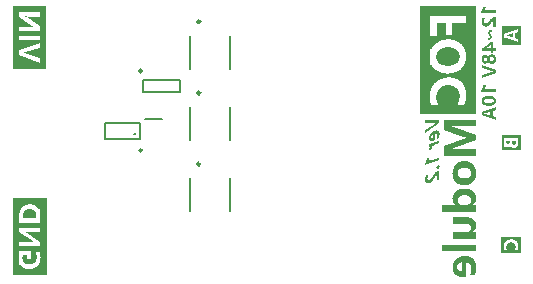
<source format=gbo>
G04*
G04 #@! TF.GenerationSoftware,Altium Limited,Altium Designer,23.8.1 (32)*
G04*
G04 Layer_Color=32896*
%FSLAX44Y44*%
%MOMM*%
G71*
G04*
G04 #@! TF.SameCoordinates,050FA7AA-ABA3-4C18-851E-56E06D371AC9*
G04*
G04*
G04 #@! TF.FilePolarity,Positive*
G04*
G01*
G75*
%ADD11C,0.2000*%
%ADD12C,0.2540*%
%ADD13C,0.2500*%
%ADD54C,0.1778*%
G36*
X51624Y73100D02*
X23000D01*
Y138173D01*
X51624D01*
Y73100D01*
D02*
G37*
G36*
X414947Y199345D02*
X399795D01*
X398529Y199361D01*
X397905D01*
X397311Y199376D01*
X396717Y199392D01*
X396171Y199423D01*
X395639Y199439D01*
X395140Y199454D01*
X394687Y199486D01*
X394280Y199501D01*
X393921Y199517D01*
X393609Y199548D01*
X393484D01*
X393359Y199564D01*
X393265D01*
X393187D01*
X393109Y199579D01*
X393062D01*
X393046D01*
X393031D01*
Y199423D01*
X393562Y199314D01*
X394030Y199205D01*
X394468Y199111D01*
X394843Y199033D01*
X395186Y198955D01*
X395483Y198876D01*
X395733Y198814D01*
X395952Y198767D01*
X396139Y198720D01*
X396296Y198673D01*
X396405Y198642D01*
X396499Y198611D01*
X396577Y198595D01*
X396624Y198580D01*
X396639Y198564D01*
X396655D01*
X414947Y191878D01*
Y187332D01*
X396483Y180725D01*
X396296Y180662D01*
X396077Y180600D01*
X395843Y180537D01*
X395577Y180459D01*
X394999Y180319D01*
X394421Y180178D01*
X394155Y180116D01*
X393890Y180069D01*
X393656Y180006D01*
X393452Y179975D01*
X393281Y179928D01*
X393140Y179897D01*
X393062Y179881D01*
X393031D01*
Y179756D01*
X393656Y179788D01*
X394249Y179834D01*
X394827Y179850D01*
X395358Y179881D01*
X395858Y179897D01*
X396327Y179928D01*
X396764D01*
X397155Y179944D01*
X397498Y179959D01*
X397811D01*
X398076Y179975D01*
X398295D01*
X398467D01*
X398592D01*
X398670D01*
X398701D01*
X414947D01*
Y174336D01*
X388157D01*
Y182412D01*
X404309Y188207D01*
X404934Y188426D01*
X405590Y188629D01*
X406215Y188817D01*
X406527Y188895D01*
X406824Y188973D01*
X407090Y189051D01*
X407340Y189113D01*
X407558Y189176D01*
X407746Y189223D01*
X407902Y189270D01*
X408027Y189285D01*
X408089Y189316D01*
X408121D01*
Y189441D01*
X407449Y189551D01*
X406793Y189707D01*
X406152Y189863D01*
X405856Y189941D01*
X405574Y190019D01*
X405309Y190113D01*
X405075Y190176D01*
X404871Y190254D01*
X404700Y190301D01*
X404559Y190363D01*
X404450Y190394D01*
X404372Y190410D01*
X404356Y190425D01*
X388157Y196205D01*
Y204500D01*
X414947D01*
Y199345D01*
D02*
G37*
G36*
X405902Y169759D02*
X406324Y169743D01*
X407105Y169650D01*
X407855Y169525D01*
X408558Y169353D01*
X409198Y169134D01*
X409792Y168915D01*
X410339Y168665D01*
X410839Y168400D01*
X411276Y168150D01*
X411651Y167900D01*
X411979Y167681D01*
X412260Y167463D01*
X412463Y167291D01*
X412620Y167150D01*
X412713Y167072D01*
X412729Y167041D01*
X412744D01*
X413213Y166510D01*
X413619Y165932D01*
X413979Y165338D01*
X414275Y164713D01*
X414541Y164104D01*
X414744Y163479D01*
X414931Y162886D01*
X415072Y162292D01*
X415181Y161745D01*
X415259Y161245D01*
X415322Y160793D01*
X415337Y160589D01*
X415353Y160386D01*
X415369Y160215D01*
X415384Y160074D01*
Y159933D01*
X415400Y159824D01*
Y159621D01*
X415384Y159184D01*
X415369Y158746D01*
X415275Y157934D01*
X415150Y157153D01*
X414963Y156434D01*
X414759Y155763D01*
X414525Y155138D01*
X414275Y154575D01*
X414010Y154060D01*
X413760Y153607D01*
X413510Y153201D01*
X413276Y152873D01*
X413073Y152591D01*
X412885Y152357D01*
X412822Y152279D01*
X412760Y152201D01*
X412698Y152154D01*
X412666Y152107D01*
X412635Y152076D01*
X412369Y151826D01*
X412088Y151592D01*
X411510Y151154D01*
X410917Y150779D01*
X410292Y150467D01*
X409667Y150201D01*
X409042Y149967D01*
X408433Y149795D01*
X407855Y149639D01*
X407293Y149530D01*
X406793Y149436D01*
X406324Y149374D01*
X406121Y149358D01*
X405934Y149342D01*
X405762Y149327D01*
X405606Y149311D01*
X405465D01*
X405356Y149295D01*
X405278D01*
X405200D01*
X405168D01*
X405153D01*
X404731D01*
X404340Y149327D01*
X403559Y149405D01*
X402825Y149545D01*
X402138Y149717D01*
X401513Y149920D01*
X400919Y150155D01*
X400388Y150405D01*
X399904Y150654D01*
X399467Y150904D01*
X399092Y151154D01*
X398764Y151389D01*
X398498Y151592D01*
X398295Y151763D01*
X398139Y151889D01*
X398045Y151982D01*
X398014Y151998D01*
Y152014D01*
X397545Y152545D01*
X397139Y153107D01*
X396780Y153685D01*
X396483Y154294D01*
X396217Y154903D01*
X395999Y155513D01*
X395827Y156122D01*
X395686Y156684D01*
X395577Y157231D01*
X395499Y157731D01*
X395436Y158184D01*
X395421Y158387D01*
X395405Y158574D01*
X395390Y158746D01*
X395374Y158902D01*
Y159027D01*
X395358Y159137D01*
Y159777D01*
X395390Y160215D01*
X395468Y161042D01*
X395608Y161824D01*
X395780Y162542D01*
X395983Y163229D01*
X396217Y163854D01*
X396452Y164417D01*
X396702Y164932D01*
X396967Y165401D01*
X397201Y165807D01*
X397436Y166150D01*
X397639Y166432D01*
X397811Y166650D01*
X397889Y166744D01*
X397951Y166822D01*
X397998Y166869D01*
X398030Y166916D01*
X398045Y166931D01*
X398061Y166947D01*
X398311Y167197D01*
X398592Y167447D01*
X399154Y167884D01*
X399748Y168259D01*
X400357Y168587D01*
X400966Y168853D01*
X401591Y169087D01*
X402200Y169275D01*
X402778Y169415D01*
X403325Y169540D01*
X403840Y169618D01*
X404294Y169681D01*
X404512Y169712D01*
X404700Y169728D01*
X404871Y169743D01*
X405028Y169759D01*
X405153D01*
X405278Y169774D01*
X405356D01*
X405434D01*
X405465D01*
X405481D01*
X405902Y169759D01*
D02*
G37*
G36*
X406637Y146452D02*
X407402Y146390D01*
X408121Y146281D01*
X408792Y146140D01*
X409417Y145984D01*
X409995Y145796D01*
X410526Y145609D01*
X410995Y145406D01*
X411417Y145203D01*
X411792Y145015D01*
X412104Y144828D01*
X412369Y144672D01*
X412573Y144531D01*
X412713Y144422D01*
X412807Y144359D01*
X412838Y144328D01*
X413291Y143906D01*
X413682Y143453D01*
X414025Y142985D01*
X414322Y142516D01*
X414572Y142032D01*
X414775Y141547D01*
X414947Y141063D01*
X415072Y140610D01*
X415181Y140188D01*
X415259Y139782D01*
X415322Y139423D01*
X415353Y139126D01*
X415369Y138986D01*
X415384Y138861D01*
Y138767D01*
X415400Y138673D01*
Y138517D01*
X415384Y138158D01*
X415369Y137798D01*
X415322Y137455D01*
X415259Y137127D01*
X415103Y136502D01*
X414916Y135908D01*
X414666Y135377D01*
X414400Y134893D01*
X414119Y134440D01*
X413822Y134049D01*
X413541Y133690D01*
X413260Y133378D01*
X412994Y133128D01*
X412744Y132909D01*
X412557Y132753D01*
X412401Y132628D01*
X412338Y132581D01*
X412291Y132550D01*
X412276Y132534D01*
X412260D01*
Y132456D01*
X414947D01*
Y126879D01*
X386642D01*
Y132456D01*
X398061D01*
Y132534D01*
X397811Y132675D01*
X397592Y132831D01*
X397170Y133190D01*
X396811Y133565D01*
X396499Y133971D01*
X396233Y134409D01*
X396014Y134846D01*
X395843Y135283D01*
X395702Y135705D01*
X395577Y136111D01*
X395499Y136502D01*
X395436Y136846D01*
X395405Y137158D01*
X395374Y137408D01*
Y137517D01*
X395358Y137595D01*
Y138126D01*
X395390Y138486D01*
X395483Y139157D01*
X395624Y139798D01*
X395811Y140391D01*
X396030Y140954D01*
X396280Y141469D01*
X396530Y141953D01*
X396795Y142375D01*
X397077Y142766D01*
X397327Y143110D01*
X397576Y143391D01*
X397795Y143641D01*
X397983Y143828D01*
X398123Y143969D01*
X398217Y144047D01*
X398232Y144078D01*
X398248D01*
X398811Y144500D01*
X399404Y144875D01*
X400013Y145187D01*
X400638Y145468D01*
X401279Y145703D01*
X401903Y145890D01*
X402528Y146062D01*
X403106Y146187D01*
X403669Y146281D01*
X404184Y146359D01*
X404653Y146405D01*
X404856Y146437D01*
X405043Y146452D01*
X405215D01*
X405371Y146468D01*
X405512D01*
X405621Y146484D01*
X405699D01*
X405778D01*
X405809D01*
X405824D01*
X406637Y146452D01*
D02*
G37*
G36*
X408089Y122084D02*
X408777Y122021D01*
X409417Y121927D01*
X410011Y121818D01*
X410573Y121662D01*
X411089Y121474D01*
X411557Y121271D01*
X412010Y121053D01*
X412416Y120803D01*
X412791Y120553D01*
X413119Y120272D01*
X413432Y119990D01*
X413713Y119678D01*
X413963Y119381D01*
X414197Y119069D01*
X414400Y118756D01*
X414572Y118444D01*
X414728Y118132D01*
X414853Y117819D01*
X414978Y117522D01*
X415072Y117241D01*
X415150Y116960D01*
X415228Y116694D01*
X415275Y116460D01*
X415322Y116226D01*
X415353Y116023D01*
X415369Y115851D01*
X415384Y115695D01*
X415400Y115585D01*
Y115414D01*
X415384Y115070D01*
X415369Y114742D01*
X415322Y114414D01*
X415259Y114101D01*
X415088Y113492D01*
X414869Y112930D01*
X414619Y112414D01*
X414338Y111930D01*
X414025Y111493D01*
X413713Y111086D01*
X413400Y110743D01*
X413088Y110430D01*
X412807Y110165D01*
X412557Y109946D01*
X412338Y109774D01*
X412166Y109649D01*
X412104Y109618D01*
X412057Y109587D01*
X412042Y109556D01*
X412026D01*
Y109462D01*
X414947D01*
Y103916D01*
X395827D01*
Y109462D01*
X406777D01*
X407136Y109478D01*
X407480Y109509D01*
X407808Y109556D01*
X408121Y109618D01*
X408402Y109696D01*
X408667Y109790D01*
X408902Y109868D01*
X409120Y109962D01*
X409308Y110071D01*
X409480Y110149D01*
X409620Y110243D01*
X409745Y110321D01*
X409839Y110384D01*
X409901Y110430D01*
X409948Y110462D01*
X409964Y110477D01*
X410167Y110665D01*
X410354Y110883D01*
X410511Y111102D01*
X410636Y111321D01*
X410761Y111539D01*
X410854Y111758D01*
X410932Y111977D01*
X410995Y112180D01*
X411042Y112383D01*
X411073Y112570D01*
X411104Y112727D01*
X411120Y112867D01*
Y112992D01*
X411135Y113070D01*
Y113148D01*
X411120Y113461D01*
X411089Y113742D01*
X411026Y114008D01*
X410948Y114257D01*
X410854Y114492D01*
X410745Y114711D01*
X410604Y114898D01*
X410464Y115085D01*
X410136Y115414D01*
X409776Y115679D01*
X409386Y115913D01*
X408980Y116085D01*
X408589Y116226D01*
X408199Y116335D01*
X407839Y116398D01*
X407511Y116460D01*
X407371Y116476D01*
X407230Y116491D01*
X407121D01*
X407027Y116507D01*
X406949D01*
X406887D01*
X406855D01*
X406840D01*
X395827D01*
Y122099D01*
X407355D01*
X408089Y122084D01*
D02*
G37*
G36*
X414947Y93357D02*
X386642D01*
Y98918D01*
X414947D01*
Y93357D01*
D02*
G37*
G36*
X406512Y89467D02*
X407293Y89389D01*
X408042Y89264D01*
X408730Y89108D01*
X409370Y88905D01*
X409948Y88701D01*
X410495Y88467D01*
X410979Y88233D01*
X411401Y87999D01*
X411776Y87764D01*
X412104Y87561D01*
X412369Y87358D01*
X412573Y87202D01*
X412713Y87077D01*
X412807Y86999D01*
X412838Y86968D01*
X413291Y86468D01*
X413682Y85937D01*
X414025Y85359D01*
X414322Y84781D01*
X414572Y84187D01*
X414775Y83594D01*
X414947Y83015D01*
X415072Y82453D01*
X415181Y81922D01*
X415259Y81438D01*
X415322Y81000D01*
X415337Y80797D01*
X415353Y80610D01*
X415369Y80438D01*
X415384Y80297D01*
Y80173D01*
X415400Y80063D01*
Y79860D01*
X415384Y79079D01*
X415337Y78345D01*
X415259Y77657D01*
X415166Y77001D01*
X415056Y76392D01*
X414947Y75830D01*
X414806Y75314D01*
X414666Y74846D01*
X414541Y74424D01*
X414400Y74049D01*
X414291Y73737D01*
X414166Y73471D01*
X414088Y73268D01*
X414010Y73127D01*
X413963Y73034D01*
X413947Y73002D01*
X409855D01*
X410120Y73471D01*
X410370Y73940D01*
X410573Y74424D01*
X410745Y74893D01*
X410901Y75377D01*
X411026Y75830D01*
X411120Y76283D01*
X411214Y76705D01*
X411276Y77095D01*
X411323Y77470D01*
X411354Y77783D01*
X411370Y78064D01*
X411385Y78282D01*
X411401Y78376D01*
Y78595D01*
X411385Y79063D01*
X411354Y79485D01*
X411292Y79907D01*
X411214Y80282D01*
X411104Y80641D01*
X410995Y80969D01*
X410854Y81282D01*
X410714Y81578D01*
X410542Y81844D01*
X410370Y82094D01*
X410183Y82313D01*
X409995Y82516D01*
X409792Y82703D01*
X409589Y82875D01*
X409386Y83031D01*
X409183Y83172D01*
X408761Y83406D01*
X408371Y83594D01*
X407996Y83734D01*
X407652Y83828D01*
X407511Y83859D01*
X407371Y83890D01*
X407262Y83921D01*
X407152Y83937D01*
X407074D01*
X407011Y83953D01*
X406980D01*
X406965D01*
Y71362D01*
X404590D01*
X403809Y71393D01*
X403059Y71456D01*
X402372Y71581D01*
X401716Y71722D01*
X401107Y71893D01*
X400560Y72081D01*
X400045Y72299D01*
X399592Y72503D01*
X399185Y72721D01*
X398826Y72924D01*
X398529Y73127D01*
X398279Y73299D01*
X398076Y73440D01*
X397936Y73565D01*
X397858Y73627D01*
X397826Y73658D01*
X397389Y74111D01*
X397014Y74596D01*
X396686Y75096D01*
X396405Y75627D01*
X396155Y76158D01*
X395967Y76673D01*
X395796Y77204D01*
X395671Y77704D01*
X395561Y78173D01*
X395483Y78610D01*
X395436Y79001D01*
X395390Y79345D01*
Y79501D01*
X395374Y79626D01*
Y79735D01*
X395358Y79844D01*
Y80391D01*
X395390Y80766D01*
X395483Y81485D01*
X395624Y82156D01*
X395811Y82797D01*
X396014Y83390D01*
X396264Y83953D01*
X396514Y84468D01*
X396780Y84937D01*
X397061Y85359D01*
X397311Y85718D01*
X397561Y86046D01*
X397764Y86312D01*
X397951Y86515D01*
X398092Y86671D01*
X398186Y86764D01*
X398201Y86780D01*
X398217Y86796D01*
X398483Y87046D01*
X398764Y87264D01*
X399357Y87686D01*
X399967Y88046D01*
X400591Y88358D01*
X401216Y88623D01*
X401825Y88842D01*
X402435Y89014D01*
X403013Y89155D01*
X403559Y89264D01*
X404059Y89358D01*
X404512Y89420D01*
X404715Y89436D01*
X404903Y89451D01*
X405075Y89467D01*
X405231Y89483D01*
X405356D01*
X405465Y89498D01*
X405559D01*
X405621D01*
X405653D01*
X405668D01*
X406512Y89467D01*
D02*
G37*
G36*
X453000Y105500D02*
Y92271D01*
X436706D01*
Y105500D01*
X453000D01*
D02*
G37*
G36*
Y178856D02*
X437108D01*
Y191600D01*
X453000D01*
Y178856D01*
D02*
G37*
G36*
Y268299D02*
X437108D01*
Y283900D01*
X453000D01*
Y268299D01*
D02*
G37*
G36*
X51020Y248000D02*
X23000D01*
Y300784D01*
X51020D01*
Y248000D01*
D02*
G37*
G36*
X423713Y300243D02*
X423657Y299987D01*
X423595Y299744D01*
X423560Y299626D01*
X423525Y299515D01*
X423498Y299418D01*
X423463Y299321D01*
X423435Y299245D01*
X423407Y299169D01*
X423387Y299113D01*
X423373Y299072D01*
X423359Y299044D01*
Y299037D01*
X423297Y298891D01*
X423234Y298753D01*
X423172Y298621D01*
X423109Y298503D01*
X423054Y298385D01*
X422991Y298281D01*
X422936Y298191D01*
X422880Y298101D01*
X422832Y298032D01*
X422783Y297962D01*
X422749Y297907D01*
X422714Y297858D01*
X422686Y297823D01*
X422665Y297796D01*
X422652Y297782D01*
X422645Y297775D01*
X431999D01*
Y295279D01*
X419843D01*
Y296860D01*
X420058Y297151D01*
X420259Y297456D01*
X420440Y297768D01*
X420613Y298080D01*
X420772Y298385D01*
X420925Y298690D01*
X421057Y298981D01*
X421175Y299259D01*
X421279Y299515D01*
X421369Y299751D01*
X421410Y299862D01*
X421445Y299966D01*
X421480Y300063D01*
X421514Y300146D01*
X421535Y300223D01*
X421563Y300299D01*
X421584Y300354D01*
X421598Y300410D01*
X421612Y300445D01*
X421618Y300479D01*
X421625Y300493D01*
Y300500D01*
X423754D01*
X423713Y300243D01*
D02*
G37*
G36*
X431999Y283518D02*
X429939D01*
Y288566D01*
X429870Y288559D01*
X429808Y288545D01*
X429738Y288525D01*
X429669Y288504D01*
X429530Y288435D01*
X429406Y288358D01*
X429295Y288282D01*
X429246Y288247D01*
X429204Y288213D01*
X429170Y288192D01*
X429149Y288171D01*
X429135Y288157D01*
X429128Y288150D01*
X429038Y288060D01*
X428934Y287963D01*
X428830Y287845D01*
X428719Y287720D01*
X428497Y287457D01*
X428282Y287179D01*
X428185Y287055D01*
X428095Y286930D01*
X428012Y286819D01*
X427935Y286722D01*
X427880Y286639D01*
X427831Y286583D01*
X427804Y286542D01*
X427797Y286528D01*
X427630Y286299D01*
X427478Y286091D01*
X427325Y285897D01*
X427187Y285716D01*
X427055Y285550D01*
X426930Y285404D01*
X426812Y285273D01*
X426708Y285148D01*
X426611Y285044D01*
X426528Y284954D01*
X426459Y284877D01*
X426396Y284822D01*
X426348Y284773D01*
X426313Y284739D01*
X426292Y284718D01*
X426285Y284711D01*
X426049Y284510D01*
X425807Y284336D01*
X425585Y284184D01*
X425474Y284121D01*
X425377Y284066D01*
X425280Y284011D01*
X425196Y283969D01*
X425127Y283927D01*
X425058Y283900D01*
X425009Y283872D01*
X424975Y283858D01*
X424947Y283844D01*
X424940D01*
X424801Y283789D01*
X424663Y283747D01*
X424385Y283671D01*
X424115Y283615D01*
X423983Y283601D01*
X423858Y283581D01*
X423747Y283574D01*
X423643Y283560D01*
X423553Y283553D01*
X423477D01*
X423414Y283546D01*
X423366D01*
X423331D01*
X423324D01*
X423033Y283560D01*
X422756Y283587D01*
X422499Y283643D01*
X422263Y283705D01*
X422034Y283789D01*
X421833Y283872D01*
X421646Y283969D01*
X421473Y284066D01*
X421327Y284163D01*
X421195Y284260D01*
X421077Y284343D01*
X420987Y284427D01*
X420918Y284489D01*
X420863Y284544D01*
X420828Y284572D01*
X420821Y284586D01*
X420662Y284787D01*
X420516Y285002D01*
X420398Y285231D01*
X420294Y285460D01*
X420204Y285695D01*
X420128Y285931D01*
X420065Y286160D01*
X420017Y286382D01*
X419982Y286590D01*
X419954Y286784D01*
X419933Y286957D01*
X419920Y287103D01*
X419913Y287173D01*
Y287228D01*
X419906Y287283D01*
Y287401D01*
X419920Y287762D01*
X419947Y288109D01*
X419996Y288448D01*
X420065Y288767D01*
X420141Y289072D01*
X420225Y289364D01*
X420315Y289634D01*
X420405Y289877D01*
X420502Y290106D01*
X420592Y290307D01*
X420634Y290397D01*
X420675Y290480D01*
X420717Y290556D01*
X420752Y290626D01*
X420786Y290688D01*
X420821Y290744D01*
X420842Y290792D01*
X420869Y290834D01*
X420883Y290861D01*
X420897Y290882D01*
X420911Y290896D01*
Y290903D01*
X423123D01*
X423012Y290771D01*
X422908Y290640D01*
X422721Y290376D01*
X422555Y290113D01*
X422416Y289856D01*
X422291Y289599D01*
X422194Y289357D01*
X422111Y289128D01*
X422048Y288913D01*
X422000Y288712D01*
X421958Y288532D01*
X421930Y288365D01*
X421917Y288233D01*
X421910Y288171D01*
X421903Y288123D01*
Y288074D01*
X421896Y288039D01*
Y287970D01*
X421903Y287810D01*
X421917Y287658D01*
X421937Y287519D01*
X421965Y287388D01*
X422000Y287270D01*
X422041Y287159D01*
X422090Y287055D01*
X422145Y286957D01*
X422208Y286867D01*
X422270Y286784D01*
X422333Y286708D01*
X422402Y286646D01*
X422548Y286528D01*
X422700Y286437D01*
X422853Y286361D01*
X422998Y286306D01*
X423130Y286271D01*
X423255Y286243D01*
X423359Y286229D01*
X423400Y286222D01*
X423435Y286216D01*
X423463D01*
X423484D01*
X423498D01*
X423504D01*
X423643Y286222D01*
X423775Y286236D01*
X423907Y286257D01*
X424038Y286285D01*
X424156Y286327D01*
X424274Y286361D01*
X424385Y286403D01*
X424489Y286444D01*
X424579Y286493D01*
X424663Y286535D01*
X424732Y286569D01*
X424794Y286604D01*
X424843Y286639D01*
X424884Y286659D01*
X424905Y286673D01*
X424912Y286680D01*
X425037Y286770D01*
X425169Y286881D01*
X425300Y286999D01*
X425432Y287124D01*
X425689Y287388D01*
X425807Y287526D01*
X425924Y287658D01*
X426029Y287783D01*
X426133Y287901D01*
X426216Y288005D01*
X426292Y288102D01*
X426354Y288178D01*
X426396Y288240D01*
X426431Y288275D01*
X426438Y288289D01*
X426604Y288518D01*
X426757Y288733D01*
X426909Y288927D01*
X427055Y289114D01*
X427193Y289280D01*
X427318Y289433D01*
X427436Y289572D01*
X427547Y289690D01*
X427644Y289801D01*
X427734Y289891D01*
X427811Y289967D01*
X427873Y290036D01*
X427922Y290085D01*
X427963Y290119D01*
X427984Y290140D01*
X427991Y290147D01*
X428241Y290362D01*
X428497Y290543D01*
X428740Y290709D01*
X428851Y290778D01*
X428955Y290841D01*
X429059Y290896D01*
X429149Y290952D01*
X429225Y290993D01*
X429295Y291028D01*
X429350Y291056D01*
X429392Y291077D01*
X429419Y291083D01*
X429426Y291090D01*
X429572Y291153D01*
X429718Y291201D01*
X429863Y291250D01*
X430009Y291285D01*
X430300Y291347D01*
X430432Y291368D01*
X430557Y291388D01*
X430675Y291402D01*
X430785Y291409D01*
X430882Y291416D01*
X430959Y291423D01*
X431028Y291430D01*
X431077D01*
X431104D01*
X431118D01*
X431999D01*
Y283518D01*
D02*
G37*
G36*
X428650Y279295D02*
X428525Y279288D01*
X428414Y279274D01*
X428310Y279254D01*
X428206Y279233D01*
X428026Y279177D01*
X427873Y279108D01*
X427748Y279025D01*
X427637Y278935D01*
X427547Y278838D01*
X427478Y278734D01*
X427422Y278636D01*
X427381Y278539D01*
X427353Y278456D01*
X427332Y278373D01*
X427318Y278311D01*
X427311Y278255D01*
Y278214D01*
X427318Y278130D01*
X427332Y278040D01*
X427360Y277943D01*
X427395Y277839D01*
X427478Y277624D01*
X427575Y277409D01*
X427623Y277305D01*
X427672Y277215D01*
X427714Y277132D01*
X427755Y277055D01*
X427790Y276993D01*
X427818Y276952D01*
X427831Y276917D01*
X427838Y276910D01*
X427970Y276674D01*
X428088Y276452D01*
X428185Y276237D01*
X428268Y276036D01*
X428345Y275849D01*
X428407Y275676D01*
X428456Y275509D01*
X428490Y275364D01*
X428525Y275232D01*
X428546Y275107D01*
X428567Y275010D01*
X428573Y274927D01*
X428580Y274857D01*
X428587Y274809D01*
Y274767D01*
X428580Y274552D01*
X428553Y274358D01*
X428511Y274164D01*
X428462Y273991D01*
X428400Y273831D01*
X428338Y273678D01*
X428261Y273540D01*
X428185Y273415D01*
X428116Y273304D01*
X428040Y273207D01*
X427977Y273124D01*
X427915Y273055D01*
X427866Y272999D01*
X427825Y272964D01*
X427797Y272937D01*
X427790Y272930D01*
X427630Y272812D01*
X427464Y272701D01*
X427291Y272611D01*
X427110Y272528D01*
X426930Y272458D01*
X426750Y272403D01*
X426569Y272354D01*
X426403Y272313D01*
X426244Y272278D01*
X426091Y272250D01*
X425959Y272236D01*
X425848Y272222D01*
X425751Y272208D01*
X425682Y272202D01*
X425654D01*
X425633D01*
X425626D01*
X425619D01*
Y273824D01*
X425841Y273845D01*
X426035Y273880D01*
X426202Y273928D01*
X426278Y273956D01*
X426348Y273984D01*
X426410Y274011D01*
X426459Y274039D01*
X426507Y274060D01*
X426542Y274088D01*
X426569Y274102D01*
X426590Y274115D01*
X426604Y274129D01*
X426611D01*
X426673Y274185D01*
X426729Y274240D01*
X426784Y274296D01*
X426826Y274358D01*
X426888Y274476D01*
X426930Y274594D01*
X426958Y274698D01*
X426972Y274774D01*
X426978Y274809D01*
Y274850D01*
X426972Y274941D01*
X426951Y275038D01*
X426916Y275149D01*
X426875Y275266D01*
X426826Y275391D01*
X426771Y275516D01*
X426646Y275766D01*
X426590Y275884D01*
X426528Y275995D01*
X426472Y276092D01*
X426424Y276182D01*
X426382Y276251D01*
X426348Y276307D01*
X426327Y276341D01*
X426320Y276355D01*
X426209Y276549D01*
X426112Y276737D01*
X426022Y276924D01*
X425952Y277097D01*
X425890Y277271D01*
X425834Y277430D01*
X425793Y277582D01*
X425758Y277728D01*
X425737Y277860D01*
X425717Y277971D01*
X425703Y278075D01*
X425689Y278165D01*
Y278234D01*
X425682Y278283D01*
Y278325D01*
X425689Y278533D01*
X425717Y278727D01*
X425751Y278914D01*
X425800Y279094D01*
X425862Y279254D01*
X425924Y279406D01*
X426001Y279545D01*
X426070Y279670D01*
X426139Y279781D01*
X426216Y279878D01*
X426278Y279968D01*
X426334Y280037D01*
X426389Y280093D01*
X426424Y280127D01*
X426451Y280155D01*
X426459Y280162D01*
X426611Y280287D01*
X426771Y280398D01*
X426944Y280495D01*
X427124Y280578D01*
X427304Y280647D01*
X427492Y280710D01*
X427672Y280758D01*
X427845Y280800D01*
X428005Y280835D01*
X428157Y280862D01*
X428296Y280883D01*
X428414Y280897D01*
X428511Y280911D01*
X428587D01*
X428615Y280918D01*
X428636D01*
X428643D01*
X428650D01*
Y279295D01*
D02*
G37*
G36*
X429468Y265018D02*
X431999D01*
Y262757D01*
X429468D01*
Y261079D01*
X427665D01*
Y262757D01*
X420107D01*
Y265052D01*
X420405Y265198D01*
X420717Y265357D01*
X421029Y265524D01*
X421341Y265704D01*
X421653Y265884D01*
X421951Y266065D01*
X422243Y266245D01*
X422520Y266418D01*
X422776Y266585D01*
X423012Y266737D01*
X423123Y266814D01*
X423220Y266876D01*
X423317Y266938D01*
X423400Y267001D01*
X423477Y267050D01*
X423546Y267098D01*
X423609Y267140D01*
X423657Y267174D01*
X423692Y267202D01*
X423726Y267223D01*
X423740Y267230D01*
X423747Y267237D01*
X424129Y267507D01*
X424503Y267785D01*
X424870Y268055D01*
X425224Y268325D01*
X425564Y268596D01*
X425890Y268845D01*
X426188Y269095D01*
X426472Y269324D01*
X426729Y269539D01*
X426847Y269636D01*
X426958Y269733D01*
X427062Y269816D01*
X427159Y269899D01*
X427249Y269976D01*
X427332Y270052D01*
X427402Y270114D01*
X427464Y270170D01*
X427519Y270218D01*
X427568Y270253D01*
X427603Y270288D01*
X427630Y270308D01*
X427644Y270322D01*
X427651Y270329D01*
X429468D01*
Y265018D01*
D02*
G37*
G36*
X429073Y260205D02*
X429336Y260171D01*
X429579Y260108D01*
X429815Y260039D01*
X430030Y259949D01*
X430231Y259845D01*
X430411Y259741D01*
X430584Y259630D01*
X430730Y259526D01*
X430862Y259415D01*
X430980Y259318D01*
X431070Y259228D01*
X431146Y259158D01*
X431202Y259096D01*
X431229Y259061D01*
X431243Y259047D01*
X431409Y258819D01*
X431555Y258576D01*
X431680Y258326D01*
X431791Y258070D01*
X431881Y257820D01*
X431957Y257563D01*
X432020Y257314D01*
X432068Y257078D01*
X432110Y256856D01*
X432138Y256648D01*
X432158Y256468D01*
X432165Y256385D01*
X432172Y256308D01*
X432179Y256239D01*
Y256121D01*
X432186Y256080D01*
Y255996D01*
X432172Y255657D01*
X432145Y255331D01*
X432096Y255019D01*
X432040Y254727D01*
X431964Y254464D01*
X431888Y254207D01*
X431805Y253979D01*
X431715Y253771D01*
X431624Y253583D01*
X431541Y253424D01*
X431465Y253278D01*
X431389Y253167D01*
X431333Y253070D01*
X431285Y253008D01*
X431250Y252966D01*
X431243Y252952D01*
X431056Y252744D01*
X430862Y252564D01*
X430661Y252404D01*
X430460Y252273D01*
X430252Y252155D01*
X430043Y252058D01*
X429842Y251981D01*
X429655Y251919D01*
X429475Y251870D01*
X429301Y251836D01*
X429156Y251808D01*
X429024Y251794D01*
X428920Y251780D01*
X428879D01*
X428844Y251773D01*
X428809D01*
X428788D01*
X428781D01*
X428774D01*
X428573Y251780D01*
X428386Y251801D01*
X428199Y251829D01*
X428026Y251870D01*
X427866Y251919D01*
X427707Y251968D01*
X427568Y252030D01*
X427436Y252085D01*
X427318Y252141D01*
X427214Y252196D01*
X427117Y252252D01*
X427041Y252300D01*
X426986Y252342D01*
X426937Y252370D01*
X426909Y252391D01*
X426902Y252397D01*
X426757Y252515D01*
X426618Y252647D01*
X426493Y252786D01*
X426375Y252931D01*
X426271Y253070D01*
X426174Y253216D01*
X426084Y253361D01*
X426008Y253493D01*
X425938Y253625D01*
X425876Y253743D01*
X425827Y253854D01*
X425786Y253944D01*
X425758Y254027D01*
X425737Y254083D01*
X425723Y254117D01*
X425717Y254131D01*
X425633Y253965D01*
X425550Y253805D01*
X425460Y253659D01*
X425363Y253514D01*
X425273Y253389D01*
X425176Y253271D01*
X425085Y253160D01*
X424995Y253056D01*
X424912Y252973D01*
X424836Y252897D01*
X424767Y252827D01*
X424704Y252772D01*
X424656Y252730D01*
X424621Y252703D01*
X424593Y252682D01*
X424586Y252675D01*
X424448Y252578D01*
X424316Y252495D01*
X424177Y252425D01*
X424045Y252363D01*
X423914Y252307D01*
X423782Y252266D01*
X423657Y252231D01*
X423546Y252203D01*
X423435Y252183D01*
X423338Y252162D01*
X423255Y252148D01*
X423179Y252141D01*
X423123Y252134D01*
X423075D01*
X423047D01*
X423040D01*
X422880Y252141D01*
X422721Y252155D01*
X422568Y252183D01*
X422423Y252210D01*
X422284Y252245D01*
X422152Y252286D01*
X422028Y252335D01*
X421917Y252377D01*
X421813Y252425D01*
X421722Y252474D01*
X421639Y252515D01*
X421570Y252550D01*
X421514Y252578D01*
X421480Y252605D01*
X421452Y252619D01*
X421445Y252626D01*
X421313Y252723D01*
X421189Y252827D01*
X421071Y252938D01*
X420960Y253049D01*
X420863Y253167D01*
X420765Y253278D01*
X420682Y253389D01*
X420606Y253500D01*
X420537Y253604D01*
X420481Y253701D01*
X420433Y253784D01*
X420391Y253861D01*
X420356Y253923D01*
X420336Y253965D01*
X420322Y253999D01*
X420315Y254006D01*
X420245Y254173D01*
X420176Y254346D01*
X420128Y254512D01*
X420079Y254686D01*
X420037Y254852D01*
X420003Y255019D01*
X419975Y255171D01*
X419954Y255324D01*
X419940Y255455D01*
X419926Y255587D01*
X419920Y255698D01*
X419913Y255788D01*
X419906Y255872D01*
Y255975D01*
X419913Y256177D01*
X419926Y256371D01*
X419947Y256558D01*
X419968Y256738D01*
X420003Y256905D01*
X420037Y257071D01*
X420072Y257217D01*
X420114Y257355D01*
X420155Y257487D01*
X420190Y257598D01*
X420225Y257695D01*
X420259Y257778D01*
X420280Y257841D01*
X420301Y257889D01*
X420315Y257924D01*
X420322Y257931D01*
X420405Y258090D01*
X420488Y258243D01*
X420578Y258382D01*
X420668Y258514D01*
X420765Y258631D01*
X420863Y258749D01*
X420953Y258846D01*
X421043Y258943D01*
X421126Y259027D01*
X421209Y259096D01*
X421279Y259158D01*
X421341Y259207D01*
X421390Y259249D01*
X421424Y259276D01*
X421452Y259290D01*
X421459Y259297D01*
X421598Y259380D01*
X421736Y259457D01*
X421875Y259519D01*
X422014Y259574D01*
X422152Y259623D01*
X422284Y259664D01*
X422416Y259699D01*
X422534Y259720D01*
X422652Y259741D01*
X422756Y259755D01*
X422846Y259769D01*
X422922Y259776D01*
X422984Y259782D01*
X423033D01*
X423061D01*
X423075D01*
X423234Y259776D01*
X423387Y259762D01*
X423532Y259734D01*
X423671Y259706D01*
X423810Y259671D01*
X423934Y259630D01*
X424052Y259581D01*
X424163Y259533D01*
X424267Y259491D01*
X424357Y259443D01*
X424434Y259401D01*
X424496Y259366D01*
X424552Y259339D01*
X424586Y259311D01*
X424614Y259297D01*
X424621Y259290D01*
X424746Y259193D01*
X424870Y259089D01*
X424988Y258978D01*
X425099Y258860D01*
X425196Y258742D01*
X425294Y258624D01*
X425377Y258514D01*
X425460Y258403D01*
X425529Y258298D01*
X425592Y258201D01*
X425647Y258111D01*
X425689Y258035D01*
X425723Y257973D01*
X425751Y257931D01*
X425765Y257896D01*
X425772Y257889D01*
X425848Y258097D01*
X425932Y258292D01*
X426022Y258472D01*
X426119Y258638D01*
X426216Y258791D01*
X426313Y258936D01*
X426410Y259061D01*
X426507Y259179D01*
X426597Y259283D01*
X426680Y259373D01*
X426757Y259450D01*
X426826Y259512D01*
X426881Y259561D01*
X426923Y259595D01*
X426951Y259616D01*
X426958Y259623D01*
X427110Y259727D01*
X427270Y259817D01*
X427429Y259900D01*
X427582Y259970D01*
X427741Y260025D01*
X427894Y260074D01*
X428040Y260115D01*
X428178Y260143D01*
X428310Y260171D01*
X428428Y260185D01*
X428539Y260198D01*
X428629Y260212D01*
X428698D01*
X428754Y260219D01*
X428788D01*
X428802D01*
X429073Y260205D01*
D02*
G37*
G36*
X431999Y247017D02*
Y244153D01*
X420107Y240020D01*
Y242669D01*
X428483Y245241D01*
X428719Y245311D01*
X428941Y245366D01*
X429142Y245415D01*
X429239Y245429D01*
X429322Y245449D01*
X429406Y245463D01*
X429475Y245477D01*
X429537Y245484D01*
X429593Y245491D01*
X429634Y245498D01*
X429662Y245505D01*
X429683D01*
X429690D01*
Y245553D01*
X429482Y245574D01*
X429274Y245609D01*
X429073Y245644D01*
X428892Y245685D01*
X428816Y245706D01*
X428740Y245727D01*
X428677Y245741D01*
X428622Y245755D01*
X428580Y245768D01*
X428546Y245782D01*
X428525Y245789D01*
X428518D01*
X420107Y248362D01*
Y251094D01*
X431999Y247017D01*
D02*
G37*
G36*
X423713Y233543D02*
X423657Y233287D01*
X423595Y233044D01*
X423560Y232926D01*
X423525Y232815D01*
X423498Y232718D01*
X423463Y232621D01*
X423435Y232545D01*
X423407Y232469D01*
X423387Y232413D01*
X423373Y232372D01*
X423359Y232344D01*
Y232337D01*
X423297Y232191D01*
X423234Y232052D01*
X423172Y231921D01*
X423109Y231803D01*
X423054Y231685D01*
X422991Y231581D01*
X422936Y231491D01*
X422880Y231401D01*
X422832Y231331D01*
X422783Y231262D01*
X422749Y231207D01*
X422714Y231158D01*
X422686Y231123D01*
X422665Y231096D01*
X422652Y231082D01*
X422645Y231075D01*
X431999D01*
Y228578D01*
X419843D01*
Y230159D01*
X420058Y230451D01*
X420259Y230756D01*
X420440Y231068D01*
X420613Y231380D01*
X420772Y231685D01*
X420925Y231990D01*
X421057Y232281D01*
X421175Y232559D01*
X421279Y232815D01*
X421369Y233051D01*
X421410Y233162D01*
X421445Y233266D01*
X421480Y233363D01*
X421514Y233446D01*
X421535Y233523D01*
X421563Y233599D01*
X421584Y233654D01*
X421598Y233710D01*
X421612Y233745D01*
X421618Y233779D01*
X421625Y233793D01*
Y233800D01*
X423754D01*
X423713Y233543D01*
D02*
G37*
G36*
X426791Y224938D02*
X427048Y224924D01*
X427298Y224903D01*
X427540Y224876D01*
X427769Y224848D01*
X427998Y224813D01*
X428213Y224772D01*
X428421Y224723D01*
X428629Y224675D01*
X428823Y224619D01*
X429010Y224564D01*
X429191Y224501D01*
X429364Y224439D01*
X429690Y224293D01*
X429988Y224141D01*
X430265Y223981D01*
X430515Y223808D01*
X430744Y223627D01*
X430952Y223440D01*
X431139Y223246D01*
X431306Y223052D01*
X431458Y222851D01*
X431590Y222657D01*
X431701Y222463D01*
X431798Y222268D01*
X431888Y222081D01*
X431957Y221901D01*
X432020Y221728D01*
X432068Y221568D01*
X432110Y221409D01*
X432138Y221270D01*
X432158Y221145D01*
X432179Y221034D01*
X432186Y220937D01*
X432193Y220861D01*
X432200Y220805D01*
Y220757D01*
X432193Y220563D01*
X432179Y220375D01*
X432158Y220195D01*
X432131Y220015D01*
X432096Y219841D01*
X432047Y219682D01*
X431950Y219370D01*
X431826Y219079D01*
X431687Y218815D01*
X431541Y218579D01*
X431389Y218364D01*
X431243Y218170D01*
X431097Y218011D01*
X430959Y217865D01*
X430834Y217754D01*
X430730Y217664D01*
X430688Y217629D01*
X430654Y217595D01*
X430626Y217574D01*
X430605Y217560D01*
X430591Y217546D01*
X430584D01*
X430425Y217442D01*
X430265Y217352D01*
X429919Y217179D01*
X429558Y217026D01*
X429177Y216901D01*
X428795Y216790D01*
X428414Y216700D01*
X428032Y216631D01*
X427672Y216569D01*
X427325Y216520D01*
X427159Y216506D01*
X427006Y216485D01*
X426854Y216478D01*
X426715Y216465D01*
X426583Y216458D01*
X426465Y216444D01*
X426354D01*
X426257Y216437D01*
X426174D01*
X426105Y216430D01*
X426049D01*
X426008D01*
X425980D01*
X425973D01*
X425696D01*
X425418Y216444D01*
X425162Y216458D01*
X424905Y216478D01*
X424656Y216499D01*
X424420Y216534D01*
X424191Y216569D01*
X423969Y216603D01*
X423754Y216652D01*
X423553Y216700D01*
X423352Y216749D01*
X423158Y216811D01*
X422977Y216867D01*
X422797Y216929D01*
X422631Y216998D01*
X422464Y217068D01*
X422159Y217220D01*
X421875Y217380D01*
X421618Y217546D01*
X421390Y217726D01*
X421175Y217907D01*
X420987Y218094D01*
X420814Y218288D01*
X420662Y218475D01*
X420530Y218669D01*
X420412Y218864D01*
X420315Y219051D01*
X420225Y219231D01*
X420155Y219405D01*
X420093Y219578D01*
X420037Y219737D01*
X420003Y219890D01*
X419968Y220029D01*
X419947Y220147D01*
X419926Y220257D01*
X419920Y220355D01*
X419913Y220424D01*
X419906Y220479D01*
Y220528D01*
X419913Y220729D01*
X419926Y220916D01*
X419947Y221103D01*
X419975Y221284D01*
X420010Y221464D01*
X420058Y221630D01*
X420162Y221949D01*
X420280Y222241D01*
X420419Y222511D01*
X420571Y222761D01*
X420717Y222976D01*
X420869Y223170D01*
X421022Y223343D01*
X421154Y223482D01*
X421279Y223600D01*
X421383Y223697D01*
X421431Y223731D01*
X421466Y223759D01*
X421494Y223787D01*
X421514Y223801D01*
X421528Y223808D01*
X421535Y223815D01*
X421695Y223919D01*
X421854Y224016D01*
X422208Y224189D01*
X422575Y224342D01*
X422957Y224473D01*
X423352Y224584D01*
X423740Y224675D01*
X424129Y224751D01*
X424503Y224806D01*
X424857Y224855D01*
X425030Y224876D01*
X425190Y224890D01*
X425342Y224903D01*
X425488Y224917D01*
X425619Y224924D01*
X425744Y224931D01*
X425855Y224938D01*
X425952Y224945D01*
X426042D01*
X426112Y224952D01*
X426174D01*
X426216D01*
X426244D01*
X426250D01*
X426528D01*
X426791Y224938D01*
D02*
G37*
G36*
X431999Y213011D02*
X429274Y212131D01*
Y207811D01*
X431999Y206923D01*
Y204156D01*
X420107Y208428D01*
Y211402D01*
X431999Y215757D01*
Y213011D01*
D02*
G37*
G36*
X384199Y204465D02*
Y201602D01*
X372307Y193426D01*
Y196075D01*
X380683Y201497D01*
X380919Y201643D01*
X381141Y201775D01*
X381342Y201893D01*
X381439Y201941D01*
X381522Y201990D01*
X381605Y202031D01*
X381675Y202066D01*
X381737Y202101D01*
X381793Y202122D01*
X381834Y202142D01*
X381862Y202156D01*
X381883Y202170D01*
X381890D01*
Y202212D01*
X381682Y202163D01*
X381474Y202129D01*
X381273Y202101D01*
X381092Y202080D01*
X381016Y202073D01*
X380940Y202066D01*
X380877Y202059D01*
X380822D01*
X380780Y202052D01*
X380746D01*
X380725D01*
X380718D01*
X372307Y201768D01*
Y204500D01*
X384199Y204465D01*
D02*
G37*
G36*
X381980Y195659D02*
X382223Y195638D01*
X382438Y195603D01*
X382625Y195569D01*
X382791Y195520D01*
X382937Y195479D01*
X383055Y195430D01*
X383145Y195389D01*
X383207Y195354D01*
X383249Y195333D01*
X383263Y195326D01*
X383367Y195250D01*
X383464Y195173D01*
X383637Y194993D01*
X383790Y194792D01*
X383922Y194577D01*
X384033Y194355D01*
X384123Y194126D01*
X384199Y193891D01*
X384254Y193662D01*
X384303Y193447D01*
X384338Y193239D01*
X384365Y193052D01*
X384372Y192968D01*
X384379Y192885D01*
X384386Y192816D01*
X384393Y192754D01*
Y192698D01*
X384400Y192649D01*
Y192559D01*
X384393Y192213D01*
X384372Y191880D01*
X384338Y191561D01*
X384296Y191256D01*
X384248Y190971D01*
X384199Y190701D01*
X384137Y190451D01*
X384074Y190222D01*
X384019Y190021D01*
X383956Y189834D01*
X383908Y189675D01*
X383852Y189543D01*
X383831Y189487D01*
X383817Y189439D01*
X383797Y189397D01*
X383783Y189363D01*
X383769Y189335D01*
X383762Y189314D01*
X383755Y189307D01*
Y189300D01*
X381938Y188676D01*
X382056Y188926D01*
X382167Y189168D01*
X382257Y189411D01*
X382334Y189654D01*
X382403Y189890D01*
X382458Y190112D01*
X382500Y190326D01*
X382542Y190528D01*
X382569Y190715D01*
X382590Y190881D01*
X382604Y191027D01*
X382611Y191152D01*
X382618Y191256D01*
X382625Y191297D01*
Y191394D01*
X382618Y191595D01*
X382604Y191783D01*
X382576Y191956D01*
X382542Y192115D01*
X382493Y192254D01*
X382445Y192386D01*
X382382Y192504D01*
X382320Y192608D01*
X382243Y192705D01*
X382167Y192788D01*
X382084Y192857D01*
X382001Y192927D01*
X381911Y192975D01*
X381820Y193024D01*
X381730Y193059D01*
X381640Y193093D01*
X381453Y193135D01*
X381280Y193156D01*
X381113Y193163D01*
X380961Y193156D01*
X380898Y193149D01*
X380836Y193142D01*
X380787Y193135D01*
X380739Y193128D01*
X380704Y193121D01*
X380676Y193114D01*
X380662Y193107D01*
X380656D01*
Y187511D01*
X379602Y187158D01*
X379421Y187102D01*
X379255Y187047D01*
X378922Y186970D01*
X378617Y186915D01*
X378326Y186880D01*
X378055Y186866D01*
X377812D01*
X377584Y186887D01*
X377383Y186908D01*
X377202Y186943D01*
X377043Y186977D01*
X376911Y187019D01*
X376800Y187061D01*
X376710Y187095D01*
X376648Y187123D01*
X376613Y187144D01*
X376599Y187151D01*
X376405Y187282D01*
X376239Y187442D01*
X376093Y187615D01*
X375968Y187809D01*
X375857Y188004D01*
X375774Y188212D01*
X375698Y188420D01*
X375642Y188621D01*
X375594Y188815D01*
X375559Y188995D01*
X375538Y189168D01*
X375517Y189314D01*
Y189377D01*
X375510Y189432D01*
Y189480D01*
X375503Y189529D01*
Y189772D01*
X375517Y189945D01*
X375559Y190271D01*
X375621Y190597D01*
X375704Y190909D01*
X375795Y191207D01*
X375906Y191492D01*
X376017Y191755D01*
X376134Y192005D01*
X376259Y192233D01*
X376370Y192435D01*
X376481Y192608D01*
X376530Y192691D01*
X376571Y192760D01*
X376620Y192823D01*
X376655Y192885D01*
X376689Y192934D01*
X376717Y192968D01*
X376738Y193003D01*
X376758Y193024D01*
X376766Y193038D01*
X376772Y193045D01*
X377015Y193336D01*
X377279Y193613D01*
X377549Y193863D01*
X377826Y194092D01*
X378104Y194307D01*
X378374Y194494D01*
X378645Y194667D01*
X378901Y194820D01*
X379144Y194952D01*
X379366Y195063D01*
X379567Y195160D01*
X379657Y195194D01*
X379740Y195236D01*
X379817Y195264D01*
X379886Y195291D01*
X379941Y195319D01*
X379990Y195333D01*
X380032Y195347D01*
X380059Y195361D01*
X380073Y195368D01*
X380080D01*
X380267Y195430D01*
X380454Y195479D01*
X380628Y195527D01*
X380801Y195562D01*
X381134Y195624D01*
X381439Y195652D01*
X381723Y195666D01*
X381980Y195659D01*
D02*
G37*
G36*
X384199Y184627D02*
X380115Y183240D01*
X379907Y183164D01*
X379712Y183080D01*
X379532Y182997D01*
X379366Y182900D01*
X379206Y182810D01*
X379061Y182720D01*
X378929Y182630D01*
X378811Y182539D01*
X378700Y182463D01*
X378610Y182387D01*
X378527Y182318D01*
X378464Y182255D01*
X378416Y182207D01*
X378374Y182172D01*
X378353Y182144D01*
X378346Y182137D01*
X378236Y181999D01*
X378131Y181867D01*
X378048Y181728D01*
X377972Y181596D01*
X377910Y181458D01*
X377861Y181333D01*
X377820Y181208D01*
X377785Y181090D01*
X377757Y180986D01*
X377736Y180889D01*
X377722Y180799D01*
X377709Y180723D01*
Y180667D01*
X377702Y180619D01*
Y180584D01*
X377715Y180355D01*
X377722Y180251D01*
X377743Y180154D01*
X377764Y180064D01*
X377785Y179981D01*
X377806Y179904D01*
X377826Y179835D01*
X377854Y179773D01*
X377875Y179724D01*
X377896Y179676D01*
X377916Y179641D01*
X377937Y179606D01*
X377944Y179585D01*
X377958Y179578D01*
Y179572D01*
X375663Y178788D01*
X375628Y178871D01*
X375607Y178975D01*
X375587Y179079D01*
X375580Y179183D01*
X375573Y179280D01*
X375566Y179357D01*
Y179426D01*
X375573Y179578D01*
X375587Y179724D01*
X375607Y179870D01*
X375642Y180015D01*
X375677Y180154D01*
X375725Y180293D01*
X375836Y180549D01*
X375968Y180799D01*
X376114Y181035D01*
X376273Y181250D01*
X376433Y181451D01*
X376599Y181631D01*
X376758Y181791D01*
X376904Y181922D01*
X377036Y182040D01*
X377147Y182130D01*
X377188Y182172D01*
X377230Y182200D01*
X377265Y182220D01*
X377285Y182241D01*
X377299Y182248D01*
X377306Y182255D01*
Y182283D01*
X375712Y181742D01*
Y184217D01*
X384199Y187109D01*
Y184627D01*
D02*
G37*
G36*
Y170210D02*
X372043Y166078D01*
Y167666D01*
X372258Y168033D01*
X372459Y168401D01*
X372640Y168775D01*
X372813Y169142D01*
X372972Y169503D01*
X373125Y169857D01*
X373257Y170190D01*
X373375Y170509D01*
X373479Y170807D01*
X373527Y170945D01*
X373569Y171077D01*
X373610Y171195D01*
X373645Y171313D01*
X373680Y171417D01*
X373714Y171514D01*
X373735Y171604D01*
X373763Y171681D01*
X373784Y171750D01*
X373798Y171805D01*
X373811Y171847D01*
X373818Y171882D01*
X373825Y171902D01*
Y171909D01*
X375954Y172630D01*
X375913Y172360D01*
X375857Y172090D01*
X375795Y171819D01*
X375760Y171687D01*
X375725Y171569D01*
X375698Y171459D01*
X375663Y171355D01*
X375635Y171257D01*
X375607Y171181D01*
X375587Y171119D01*
X375573Y171070D01*
X375559Y171036D01*
Y171029D01*
X375496Y170862D01*
X375434Y170703D01*
X375372Y170550D01*
X375309Y170411D01*
X375254Y170280D01*
X375191Y170155D01*
X375136Y170037D01*
X375080Y169933D01*
X375032Y169843D01*
X374983Y169760D01*
X374949Y169690D01*
X374914Y169628D01*
X374886Y169586D01*
X374865Y169552D01*
X374852Y169531D01*
X374845Y169524D01*
X384199Y172707D01*
Y170210D01*
D02*
G37*
G36*
X383637Y166091D02*
X383776Y166057D01*
X383831Y166036D01*
X383887Y166015D01*
X383928Y165994D01*
X383963Y165974D01*
X383991Y165960D01*
X384012Y165946D01*
X384026Y165932D01*
X384033D01*
X384095Y165870D01*
X384150Y165807D01*
X384206Y165738D01*
X384248Y165669D01*
X384310Y165516D01*
X384352Y165370D01*
X384379Y165239D01*
X384386Y165183D01*
X384393Y165135D01*
X384400Y165093D01*
Y165037D01*
X384393Y164920D01*
X384386Y164802D01*
X384344Y164580D01*
X384289Y164379D01*
X384254Y164282D01*
X384220Y164198D01*
X384185Y164122D01*
X384150Y164053D01*
X384123Y163990D01*
X384095Y163942D01*
X384074Y163900D01*
X384053Y163873D01*
X384046Y163852D01*
X384039Y163845D01*
X383970Y163748D01*
X383894Y163658D01*
X383817Y163574D01*
X383741Y163498D01*
X383658Y163429D01*
X383582Y163366D01*
X383429Y163262D01*
X383298Y163186D01*
X383235Y163158D01*
X383186Y163137D01*
X383145Y163117D01*
X383117Y163103D01*
X383096Y163096D01*
X383089D01*
X382985Y163068D01*
X382888Y163047D01*
X382791Y163034D01*
X382708D01*
X382549Y163047D01*
X382410Y163082D01*
X382354Y163103D01*
X382299Y163124D01*
X382257Y163144D01*
X382223Y163165D01*
X382188Y163179D01*
X382167Y163193D01*
X382160Y163200D01*
X382153Y163207D01*
X382084Y163262D01*
X382029Y163332D01*
X381980Y163401D01*
X381938Y163470D01*
X381869Y163623D01*
X381827Y163769D01*
X381800Y163900D01*
X381793Y163956D01*
X381786Y164011D01*
X381779Y164053D01*
Y164108D01*
X381786Y164219D01*
X381793Y164330D01*
X381834Y164545D01*
X381897Y164746D01*
X381931Y164836D01*
X381959Y164920D01*
X381994Y165003D01*
X382029Y165072D01*
X382063Y165128D01*
X382091Y165183D01*
X382112Y165225D01*
X382132Y165252D01*
X382140Y165273D01*
X382146Y165280D01*
X382216Y165384D01*
X382292Y165474D01*
X382368Y165558D01*
X382452Y165634D01*
X382528Y165703D01*
X382604Y165766D01*
X382680Y165821D01*
X382757Y165870D01*
X382888Y165946D01*
X382944Y165974D01*
X382992Y165994D01*
X383034Y166015D01*
X383062Y166029D01*
X383083Y166036D01*
X383089D01*
X383194Y166064D01*
X383290Y166085D01*
X383388Y166098D01*
X383478D01*
X383637Y166091D01*
D02*
G37*
G36*
X384199Y153957D02*
X382140Y153256D01*
Y158304D01*
X382070Y158277D01*
X382008Y158242D01*
X381938Y158193D01*
X381869Y158145D01*
X381730Y158034D01*
X381605Y157916D01*
X381495Y157798D01*
X381446Y157750D01*
X381404Y157701D01*
X381370Y157666D01*
X381349Y157639D01*
X381335Y157618D01*
X381328Y157611D01*
X381238Y157493D01*
X381134Y157354D01*
X381030Y157209D01*
X380919Y157042D01*
X380808Y156876D01*
X380697Y156703D01*
X380482Y156356D01*
X380385Y156196D01*
X380295Y156044D01*
X380212Y155905D01*
X380135Y155780D01*
X380080Y155676D01*
X380052Y155635D01*
X380032Y155600D01*
X380018Y155572D01*
X380004Y155552D01*
X379997Y155545D01*
Y155538D01*
X379830Y155253D01*
X379678Y154990D01*
X379525Y154747D01*
X379387Y154518D01*
X379255Y154310D01*
X379130Y154116D01*
X379012Y153943D01*
X378908Y153790D01*
X378811Y153652D01*
X378728Y153534D01*
X378658Y153437D01*
X378596Y153353D01*
X378548Y153291D01*
X378513Y153242D01*
X378492Y153215D01*
X378485Y153208D01*
X378249Y152923D01*
X378125Y152792D01*
X378007Y152667D01*
X377896Y152556D01*
X377785Y152445D01*
X377674Y152341D01*
X377577Y152251D01*
X377480Y152168D01*
X377397Y152098D01*
X377327Y152036D01*
X377258Y151980D01*
X377209Y151939D01*
X377175Y151911D01*
X377147Y151890D01*
X377140Y151883D01*
X376862Y151689D01*
X376585Y151516D01*
X376315Y151370D01*
X376183Y151308D01*
X376058Y151252D01*
X375947Y151197D01*
X375843Y151155D01*
X375753Y151121D01*
X375677Y151086D01*
X375614Y151065D01*
X375566Y151044D01*
X375531Y151030D01*
X375524D01*
X375379Y150982D01*
X375233Y150940D01*
X374956Y150885D01*
X374699Y150843D01*
X374463Y150829D01*
X374235Y150836D01*
X374033Y150850D01*
X373846Y150885D01*
X373673Y150920D01*
X373527Y150968D01*
X373395Y151017D01*
X373278Y151065D01*
X373187Y151114D01*
X373118Y151155D01*
X373063Y151190D01*
X373028Y151211D01*
X373021Y151218D01*
X372862Y151363D01*
X372716Y151537D01*
X372598Y151717D01*
X372494Y151918D01*
X372404Y152119D01*
X372328Y152334D01*
X372265Y152542D01*
X372217Y152743D01*
X372182Y152944D01*
X372154Y153125D01*
X372133Y153291D01*
X372120Y153437D01*
X372113Y153499D01*
Y153561D01*
X372106Y153610D01*
Y153728D01*
X372120Y154088D01*
X372147Y154449D01*
X372196Y154803D01*
X372265Y155149D01*
X372341Y155482D01*
X372425Y155794D01*
X372515Y156099D01*
X372605Y156377D01*
X372702Y156633D01*
X372751Y156751D01*
X372792Y156869D01*
X372834Y156973D01*
X372875Y157070D01*
X372917Y157160D01*
X372952Y157243D01*
X372986Y157313D01*
X373021Y157382D01*
X373042Y157438D01*
X373069Y157486D01*
X373083Y157521D01*
X373097Y157549D01*
X373111Y157562D01*
Y157569D01*
X375323Y158325D01*
X375212Y158159D01*
X375108Y157985D01*
X374921Y157660D01*
X374754Y157340D01*
X374616Y157035D01*
X374491Y156744D01*
X374394Y156467D01*
X374311Y156203D01*
X374248Y155968D01*
X374200Y155746D01*
X374158Y155552D01*
X374131Y155378D01*
X374123Y155309D01*
X374117Y155239D01*
X374110Y155177D01*
X374103Y155122D01*
Y155080D01*
X374096Y155038D01*
Y154969D01*
X374103Y154810D01*
X374117Y154664D01*
X374137Y154532D01*
X374165Y154414D01*
X374200Y154303D01*
X374241Y154206D01*
X374290Y154123D01*
X374345Y154040D01*
X374408Y153977D01*
X374470Y153915D01*
X374533Y153867D01*
X374602Y153818D01*
X374678Y153783D01*
X374748Y153756D01*
X374900Y153707D01*
X375053Y153686D01*
X375198D01*
X375330Y153693D01*
X375455Y153707D01*
X375559Y153721D01*
X375601Y153735D01*
X375635Y153742D01*
X375663Y153749D01*
X375684Y153756D01*
X375698Y153763D01*
X375704D01*
X375843Y153818D01*
X375975Y153873D01*
X376239Y154019D01*
X376356Y154095D01*
X376474Y154172D01*
X376585Y154255D01*
X376689Y154331D01*
X376779Y154407D01*
X376862Y154477D01*
X376932Y154539D01*
X376994Y154595D01*
X377043Y154643D01*
X377084Y154678D01*
X377105Y154699D01*
X377112Y154705D01*
X377237Y154844D01*
X377369Y154997D01*
X377500Y155156D01*
X377632Y155330D01*
X377889Y155683D01*
X378007Y155857D01*
X378125Y156030D01*
X378229Y156189D01*
X378333Y156342D01*
X378416Y156481D01*
X378492Y156599D01*
X378554Y156696D01*
X378596Y156772D01*
X378617Y156800D01*
X378631Y156820D01*
X378638Y156827D01*
Y156834D01*
X378804Y157119D01*
X378957Y157382D01*
X379109Y157632D01*
X379255Y157867D01*
X379394Y158076D01*
X379518Y158277D01*
X379636Y158450D01*
X379747Y158610D01*
X379844Y158755D01*
X379934Y158873D01*
X380011Y158984D01*
X380073Y159067D01*
X380122Y159136D01*
X380163Y159178D01*
X380184Y159213D01*
X380191Y159220D01*
X380441Y159518D01*
X380572Y159657D01*
X380697Y159788D01*
X380822Y159913D01*
X380940Y160031D01*
X381051Y160142D01*
X381155Y160246D01*
X381259Y160336D01*
X381349Y160412D01*
X381425Y160482D01*
X381495Y160544D01*
X381550Y160586D01*
X381592Y160620D01*
X381619Y160641D01*
X381626Y160648D01*
X381918Y160863D01*
X382209Y161043D01*
X382354Y161127D01*
X382500Y161203D01*
X382632Y161272D01*
X382757Y161335D01*
X382874Y161390D01*
X382985Y161439D01*
X383083Y161480D01*
X383159Y161508D01*
X383228Y161536D01*
X383277Y161556D01*
X383304Y161563D01*
X383318Y161570D01*
X384199Y161869D01*
Y153957D01*
D02*
G37*
G36*
X414900Y209522D02*
X368142D01*
Y300900D01*
X414900D01*
Y209522D01*
D02*
G37*
%LPC*%
G36*
X46242Y133093D02*
Y123741D01*
X46232Y123814D01*
Y123887D01*
X46221Y123981D01*
Y124085D01*
X46211Y124199D01*
X46190Y124449D01*
X46148Y124741D01*
X46107Y125064D01*
X46044Y125407D01*
X45982Y125782D01*
X45888Y126178D01*
X45784Y126584D01*
X45659Y127011D01*
X45513Y127449D01*
X45346Y127886D01*
X45159Y128334D01*
X44940Y128782D01*
X44690Y129219D01*
X44420Y129656D01*
X44118Y130083D01*
X43784Y130490D01*
X43409Y130885D01*
X43014Y131260D01*
X42566Y131604D01*
X42087Y131927D01*
X41576Y132218D01*
X41295Y132343D01*
X41014Y132468D01*
X40712Y132583D01*
X40410Y132687D01*
X40087Y132781D01*
X39764Y132853D01*
X39421Y132926D01*
X39067Y132989D01*
X38702Y133031D01*
X38327Y133062D01*
X37942Y133083D01*
X37536Y133093D01*
X46242D01*
X28382D01*
X37348D01*
X37255Y133083D01*
X37140Y133072D01*
X37005Y133062D01*
X36849Y133051D01*
X36682Y133031D01*
X36495Y133010D01*
X36297Y132989D01*
X36088Y132958D01*
X35870Y132916D01*
X35641Y132874D01*
X35151Y132760D01*
X34630Y132614D01*
X34089Y132447D01*
X33818Y132343D01*
X33537Y132229D01*
X33256Y132104D01*
X32985Y131968D01*
X32704Y131823D01*
X32423Y131666D01*
X32152Y131489D01*
X31892Y131312D01*
X31621Y131104D01*
X31371Y130896D01*
X31121Y130667D01*
X30881Y130427D01*
X30871Y130417D01*
X30850Y130396D01*
X30819Y130354D01*
X30777Y130302D01*
X30715Y130240D01*
X30652Y130156D01*
X30579Y130052D01*
X30496Y129948D01*
X30402Y129823D01*
X30298Y129677D01*
X30194Y129531D01*
X30090Y129365D01*
X29975Y129188D01*
X29861Y128990D01*
X29746Y128782D01*
X29632Y128573D01*
X29517Y128334D01*
X29403Y128094D01*
X29288Y127844D01*
X29174Y127574D01*
X29069Y127303D01*
X28965Y127011D01*
X28861Y126709D01*
X28778Y126407D01*
X28684Y126084D01*
X28611Y125751D01*
X28549Y125407D01*
X28486Y125053D01*
X28444Y124699D01*
X28413Y124324D01*
X28392Y123939D01*
X28382Y123554D01*
Y123637D01*
Y117409D01*
X46242D01*
Y133093D01*
D02*
G37*
G36*
Y113254D02*
X28382D01*
Y109349D01*
X39931Y101789D01*
X39942Y101778D01*
X39973Y101768D01*
X40014Y101736D01*
X40077Y101695D01*
X40160Y101643D01*
X40244Y101591D01*
X40452Y101455D01*
X40681Y101320D01*
X40931Y101174D01*
X41170Y101049D01*
X41389Y100935D01*
Y100872D01*
X41379D01*
X41347D01*
X41295Y100883D01*
X41212Y100893D01*
X41118D01*
X40993Y100903D01*
X40848Y100914D01*
X40681Y100924D01*
X40493Y100935D01*
X40285Y100945D01*
X40056Y100955D01*
X39796D01*
X39515Y100966D01*
X39213Y100976D01*
X38890D01*
X38536D01*
X28382D01*
Y97373D01*
X46242D01*
Y101518D01*
X35005Y108808D01*
X34995Y108818D01*
X34953Y108839D01*
X34901Y108881D01*
X34828Y108922D01*
X34735Y108985D01*
X34641Y109047D01*
X34412Y109193D01*
X34172Y109349D01*
X33943Y109495D01*
X33828Y109557D01*
X33735Y109620D01*
X33651Y109662D01*
X33589Y109703D01*
Y109755D01*
X33599D01*
X33620D01*
X33662Y109745D01*
X33714Y109734D01*
X33797Y109724D01*
X33891D01*
X34006Y109714D01*
X34141Y109703D01*
X34297Y109693D01*
X34474Y109682D01*
X34683Y109672D01*
X34901Y109662D01*
X35151Y109651D01*
X35432D01*
X35734Y109641D01*
X36057D01*
X46242D01*
Y113254D01*
D02*
G37*
G36*
X38452Y93822D02*
X29580D01*
Y93811D01*
X29559Y93791D01*
X29538Y93759D01*
X29517Y93707D01*
X29486Y93634D01*
X29444Y93551D01*
X29392Y93457D01*
X29351Y93353D01*
X29288Y93228D01*
X29236Y93103D01*
X29174Y92957D01*
X29101Y92791D01*
X29038Y92624D01*
X28965Y92437D01*
X28903Y92239D01*
X28830Y92041D01*
X28757Y91822D01*
X28694Y91593D01*
X28621Y91354D01*
X28559Y91104D01*
X28424Y90573D01*
X28319Y90000D01*
X28215Y89396D01*
X28142Y88761D01*
X28101Y88084D01*
X28080Y87386D01*
Y93822D01*
D01*
Y78180D01*
D01*
Y87198D01*
X28090Y87094D01*
X28101Y86980D01*
Y86834D01*
X28122Y86678D01*
X28132Y86511D01*
X28153Y86324D01*
X28174Y86115D01*
X28205Y85907D01*
X28236Y85678D01*
X28278Y85438D01*
X28382Y84939D01*
X28507Y84418D01*
X28663Y83866D01*
X28851Y83304D01*
X28965Y83022D01*
X29090Y82741D01*
X29215Y82460D01*
X29361Y82189D01*
X29517Y81919D01*
X29673Y81648D01*
X29850Y81388D01*
X30048Y81127D01*
X30246Y80888D01*
X30465Y80648D01*
X30475Y80638D01*
X30496Y80617D01*
X30527Y80586D01*
X30579Y80544D01*
X30642Y80482D01*
X30715Y80419D01*
X30798Y80346D01*
X30902Y80263D01*
X31017Y80169D01*
X31152Y80075D01*
X31288Y79971D01*
X31444Y79867D01*
X31610Y79752D01*
X31787Y79648D01*
X31975Y79534D01*
X32183Y79419D01*
X32402Y79294D01*
X32631Y79180D01*
X32870Y79076D01*
X33120Y78961D01*
X33381Y78857D01*
X33662Y78753D01*
X33943Y78659D01*
X34245Y78565D01*
X34557Y78482D01*
X34870Y78409D01*
X35203Y78347D01*
X35547Y78284D01*
X35901Y78243D01*
X36265Y78211D01*
X36640Y78190D01*
X37026Y78180D01*
X28080D01*
X46544D01*
X37130D01*
X37213Y78190D01*
X37317D01*
X37432Y78201D01*
X37567Y78211D01*
X37723Y78222D01*
X37900Y78243D01*
X38088Y78263D01*
X38286Y78295D01*
X38504Y78326D01*
X38723Y78367D01*
X38963Y78409D01*
X39462Y78524D01*
X40004Y78659D01*
X40556Y78847D01*
X40837Y78951D01*
X41129Y79065D01*
X41410Y79190D01*
X41701Y79325D01*
X41983Y79471D01*
X42274Y79638D01*
X42555Y79815D01*
X42837Y80002D01*
X43107Y80200D01*
X43378Y80419D01*
X43639Y80648D01*
X43889Y80898D01*
X43899Y80908D01*
X43920Y80929D01*
X43951Y80971D01*
X44003Y81023D01*
X44065Y81096D01*
X44138Y81179D01*
X44211Y81273D01*
X44305Y81388D01*
X44399Y81523D01*
X44503Y81669D01*
X44617Y81825D01*
X44732Y81992D01*
X44847Y82179D01*
X44971Y82377D01*
X45097Y82585D01*
X45221Y82814D01*
X45336Y83054D01*
X45461Y83304D01*
X45586Y83564D01*
X45700Y83835D01*
X45815Y84126D01*
X45930Y84428D01*
X46034Y84741D01*
X46128Y85064D01*
X46221Y85397D01*
X46294Y85740D01*
X46367Y86105D01*
X46430Y86469D01*
X46481Y86855D01*
X46513Y87240D01*
X46534Y87646D01*
X46544Y88053D01*
Y88334D01*
X46534Y88427D01*
Y88532D01*
X46523Y88657D01*
Y88781D01*
X46502Y89073D01*
X46471Y89396D01*
X46440Y89750D01*
X46398Y90135D01*
X46346Y90531D01*
X46284Y90948D01*
X46200Y91375D01*
X46107Y91802D01*
X46002Y92228D01*
X45877Y92645D01*
X45732Y93051D01*
X42129D01*
Y93041D01*
X42139Y93030D01*
X42160Y92999D01*
X42181Y92957D01*
X42212Y92905D01*
X42243Y92843D01*
X42274Y92770D01*
X42316Y92676D01*
X42358Y92583D01*
X42410Y92478D01*
X42514Y92239D01*
X42618Y91958D01*
X42733Y91635D01*
X42847Y91281D01*
X42951Y90896D01*
X43055Y90479D01*
X43149Y90031D01*
X43222Y89563D01*
X43284Y89052D01*
X43326Y88532D01*
X43337Y87980D01*
Y87865D01*
X43326Y87802D01*
Y87730D01*
X43316Y87646D01*
Y87553D01*
X43284Y87334D01*
X43243Y87073D01*
X43191Y86792D01*
X43128Y86480D01*
X43035Y86157D01*
X42920Y85813D01*
X42785Y85470D01*
X42628Y85116D01*
X42431Y84762D01*
X42212Y84428D01*
X41951Y84095D01*
X41649Y83783D01*
X41629Y83762D01*
X41576Y83710D01*
X41472Y83637D01*
X41347Y83533D01*
X41170Y83418D01*
X40972Y83283D01*
X40733Y83137D01*
X40462Y82991D01*
X40160Y82835D01*
X39827Y82689D01*
X39462Y82564D01*
X39067Y82439D01*
X38640Y82335D01*
X38192Y82262D01*
X37713Y82210D01*
X37213Y82189D01*
X37203D01*
X37182D01*
X37140D01*
X37088D01*
X37026Y82200D01*
X36942D01*
X36849D01*
X36755Y82210D01*
X36640Y82221D01*
X36515Y82231D01*
X36245Y82262D01*
X35943Y82314D01*
X35620Y82366D01*
X35276Y82450D01*
X34912Y82543D01*
X34547Y82658D01*
X34183Y82804D01*
X33828Y82970D01*
X33475Y83158D01*
X33152Y83387D01*
X32839Y83637D01*
X32818Y83658D01*
X32777Y83699D01*
X32693Y83783D01*
X32589Y83908D01*
X32475Y84053D01*
X32339Y84230D01*
X32204Y84439D01*
X32058Y84678D01*
X31902Y84939D01*
X31767Y85241D01*
X31631Y85563D01*
X31517Y85918D01*
X31412Y86292D01*
X31340Y86699D01*
X31288Y87126D01*
X31267Y87584D01*
Y87730D01*
X31277Y87834D01*
Y87959D01*
X31288Y88104D01*
X31308Y88271D01*
X31329Y88448D01*
X31350Y88636D01*
X31381Y88834D01*
X31465Y89240D01*
X31579Y89646D01*
X31652Y89833D01*
X31735Y90021D01*
X35401D01*
Y86407D01*
X38452D01*
Y93822D01*
D02*
G37*
%LPD*%
G36*
X37650Y129084D02*
X37734D01*
X37817Y129073D01*
X37911D01*
X38140Y129042D01*
X38400Y129011D01*
X38681Y128959D01*
X38994Y128896D01*
X39317Y128802D01*
X39660Y128698D01*
X40004Y128563D01*
X40348Y128407D01*
X40691Y128219D01*
X41025Y128011D01*
X41337Y127751D01*
X41629Y127469D01*
X41649Y127449D01*
X41691Y127396D01*
X41764Y127303D01*
X41868Y127178D01*
X41972Y127022D01*
X42108Y126824D01*
X42243Y126595D01*
X42378Y126345D01*
X42514Y126053D01*
X42649Y125741D01*
X42785Y125387D01*
X42899Y125022D01*
X42993Y124616D01*
X43066Y124199D01*
X43107Y123741D01*
X43128Y123273D01*
Y121211D01*
X31496D01*
Y123408D01*
X31506Y123481D01*
Y123554D01*
X31517Y123637D01*
Y123741D01*
X31548Y123970D01*
X31579Y124231D01*
X31631Y124522D01*
X31694Y124845D01*
X31787Y125178D01*
X31892Y125522D01*
X32016Y125876D01*
X32173Y126230D01*
X32360Y126574D01*
X32579Y126917D01*
X32829Y127240D01*
X33110Y127542D01*
X33131Y127563D01*
X33183Y127605D01*
X33277Y127688D01*
X33402Y127782D01*
X33568Y127907D01*
X33766Y128032D01*
X33995Y128178D01*
X34266Y128323D01*
X34557Y128459D01*
X34880Y128605D01*
X35245Y128729D01*
X35630Y128855D01*
X36047Y128948D01*
X36495Y129031D01*
X36974Y129073D01*
X37473Y129094D01*
X37484D01*
X37505D01*
X37536D01*
X37588D01*
X37650Y129084D01*
D02*
G37*
%LPC*%
G36*
X405543Y164120D02*
X405465D01*
X405418D01*
X405403D01*
X404903Y164104D01*
X404434Y164073D01*
X403997Y164010D01*
X403575Y163932D01*
X403200Y163839D01*
X402856Y163729D01*
X402528Y163620D01*
X402247Y163510D01*
X401997Y163401D01*
X401778Y163292D01*
X401591Y163183D01*
X401435Y163089D01*
X401310Y163011D01*
X401216Y162948D01*
X401169Y162917D01*
X401154Y162901D01*
X400888Y162667D01*
X400654Y162401D01*
X400451Y162136D01*
X400279Y161855D01*
X400123Y161574D01*
X400013Y161277D01*
X399904Y161011D01*
X399826Y160730D01*
X399763Y160480D01*
X399716Y160246D01*
X399685Y160027D01*
X399654Y159840D01*
Y159683D01*
X399638Y159574D01*
Y159480D01*
X399654Y159074D01*
X399701Y158684D01*
X399779Y158324D01*
X399873Y157996D01*
X400013Y157684D01*
X400154Y157387D01*
X400326Y157121D01*
X400513Y156872D01*
X400716Y156637D01*
X400935Y156434D01*
X401169Y156247D01*
X401419Y156075D01*
X401669Y155903D01*
X401919Y155763D01*
X402435Y155528D01*
X402966Y155341D01*
X403466Y155200D01*
X403950Y155106D01*
X404169Y155060D01*
X404372Y155028D01*
X404559Y155013D01*
X404731Y154997D01*
X404871Y154981D01*
X405012D01*
X405106Y154966D01*
X405184D01*
X405231D01*
X405246D01*
X405778Y154981D01*
X406277Y155013D01*
X406746Y155075D01*
X407183Y155153D01*
X407605Y155263D01*
X407980Y155372D01*
X408324Y155513D01*
X408652Y155669D01*
X408949Y155825D01*
X409214Y156012D01*
X409464Y156184D01*
X409698Y156387D01*
X409901Y156590D01*
X410089Y156793D01*
X410245Y156997D01*
X410401Y157200D01*
X410526Y157418D01*
X410636Y157621D01*
X410823Y158027D01*
X410948Y158403D01*
X411042Y158746D01*
X411073Y158902D01*
X411089Y159027D01*
X411120Y159152D01*
Y159262D01*
X411135Y159340D01*
Y159449D01*
X411120Y159871D01*
X411073Y160277D01*
X410995Y160636D01*
X410886Y160996D01*
X410761Y161308D01*
X410604Y161620D01*
X410433Y161886D01*
X410245Y162152D01*
X410026Y162386D01*
X409808Y162605D01*
X409573Y162792D01*
X409323Y162979D01*
X409058Y163136D01*
X408808Y163292D01*
X408261Y163542D01*
X407730Y163729D01*
X407215Y163870D01*
X406730Y163979D01*
X406512Y164010D01*
X406293Y164042D01*
X406105Y164073D01*
X405934Y164088D01*
X405778Y164104D01*
X405653D01*
X405543Y164120D01*
D02*
G37*
G36*
X405762Y140829D02*
X405684D01*
X405653D01*
X405153Y140813D01*
X404668Y140782D01*
X404215Y140719D01*
X403794Y140641D01*
X403403Y140563D01*
X403044Y140454D01*
X402716Y140345D01*
X402419Y140235D01*
X402153Y140126D01*
X401919Y140032D01*
X401716Y139923D01*
X401560Y139845D01*
X401435Y139767D01*
X401341Y139704D01*
X401279Y139673D01*
X401263Y139657D01*
X400982Y139423D01*
X400732Y139189D01*
X400513Y138923D01*
X400326Y138658D01*
X400169Y138392D01*
X400029Y138126D01*
X399920Y137861D01*
X399841Y137611D01*
X399779Y137377D01*
X399716Y137142D01*
X399685Y136955D01*
X399670Y136783D01*
X399654Y136642D01*
X399638Y136533D01*
Y136439D01*
X399654Y136127D01*
X399685Y135815D01*
X399763Y135533D01*
X399841Y135252D01*
X399935Y135002D01*
X400045Y134752D01*
X400154Y134534D01*
X400279Y134331D01*
X400404Y134159D01*
X400513Y134002D01*
X400622Y133862D01*
X400716Y133737D01*
X400794Y133659D01*
X400857Y133581D01*
X400904Y133549D01*
X400919Y133534D01*
X401169Y133331D01*
X401419Y133143D01*
X401685Y132987D01*
X401950Y132862D01*
X402216Y132737D01*
X402481Y132643D01*
X402747Y132565D01*
X402997Y132503D01*
X403231Y132456D01*
X403434Y132425D01*
X403637Y132394D01*
X403794Y132378D01*
X403934Y132362D01*
X404028D01*
X404106D01*
X404122D01*
X405715D01*
X406152Y132378D01*
X406574Y132409D01*
X406965Y132472D01*
X407340Y132550D01*
X407683Y132643D01*
X408011Y132737D01*
X408308Y132846D01*
X408574Y132956D01*
X408824Y133081D01*
X409027Y133190D01*
X409214Y133284D01*
X409355Y133378D01*
X409480Y133456D01*
X409558Y133518D01*
X409620Y133549D01*
X409636Y133565D01*
X409901Y133799D01*
X410136Y134034D01*
X410323Y134284D01*
X410495Y134534D01*
X410651Y134799D01*
X410776Y135049D01*
X410870Y135283D01*
X410948Y135518D01*
X411011Y135752D01*
X411057Y135955D01*
X411089Y136127D01*
X411104Y136283D01*
X411120Y136424D01*
X411135Y136517D01*
Y136595D01*
X411120Y136955D01*
X411073Y137298D01*
X411011Y137611D01*
X410917Y137923D01*
X410807Y138189D01*
X410682Y138454D01*
X410558Y138689D01*
X410417Y138892D01*
X410292Y139079D01*
X410167Y139235D01*
X410042Y139376D01*
X409933Y139501D01*
X409839Y139579D01*
X409776Y139657D01*
X409730Y139689D01*
X409714Y139704D01*
X409433Y139907D01*
X409120Y140079D01*
X408808Y140220D01*
X408480Y140360D01*
X408136Y140470D01*
X407793Y140548D01*
X407464Y140626D01*
X407136Y140688D01*
X406840Y140735D01*
X406558Y140766D01*
X406309Y140798D01*
X406090Y140813D01*
X405902D01*
X405762Y140829D01*
D02*
G37*
G36*
X403466Y83984D02*
X403106Y83921D01*
X402778Y83843D01*
X402466Y83750D01*
X402169Y83640D01*
X401888Y83531D01*
X401638Y83422D01*
X401404Y83297D01*
X401185Y83187D01*
X400997Y83062D01*
X400826Y82953D01*
X400685Y82859D01*
X400576Y82766D01*
X400482Y82703D01*
X400404Y82641D01*
X400373Y82609D01*
X400357Y82594D01*
X400154Y82375D01*
X399967Y82172D01*
X399810Y81953D01*
X399685Y81735D01*
X399560Y81516D01*
X399467Y81297D01*
X399389Y81094D01*
X399326Y80907D01*
X399279Y80719D01*
X399248Y80563D01*
X399217Y80407D01*
X399201Y80282D01*
X399185Y80188D01*
Y80048D01*
X399201Y79735D01*
X399232Y79438D01*
X399295Y79157D01*
X399373Y78907D01*
X399467Y78657D01*
X399576Y78439D01*
X399716Y78236D01*
X399857Y78048D01*
X400185Y77704D01*
X400544Y77423D01*
X400919Y77189D01*
X401325Y77017D01*
X401732Y76877D01*
X402107Y76767D01*
X402466Y76689D01*
X402794Y76627D01*
X402934Y76611D01*
X403075Y76595D01*
X403184D01*
X403278Y76580D01*
X403356D01*
X403419D01*
X403450D01*
X403466D01*
Y83984D01*
D02*
G37*
G36*
X451000Y103500D02*
X438706D01*
X445043D01*
X444988Y103493D01*
X444919D01*
X444842Y103486D01*
X444745Y103479D01*
X444641Y103472D01*
X444530Y103458D01*
X444406Y103444D01*
X444267Y103431D01*
X444128Y103410D01*
X443976Y103382D01*
X443816Y103354D01*
X443476Y103278D01*
X443123Y103188D01*
X442748Y103070D01*
X442554Y103001D01*
X442367Y102924D01*
X442173Y102848D01*
X441979Y102758D01*
X441784Y102661D01*
X441590Y102557D01*
X441403Y102439D01*
X441216Y102321D01*
X441029Y102189D01*
X440848Y102051D01*
X440675Y101898D01*
X440502Y101739D01*
X440495Y101732D01*
X440481Y101718D01*
X440460Y101690D01*
X440425Y101656D01*
X440384Y101614D01*
X440335Y101558D01*
X440280Y101489D01*
X440217Y101420D01*
X440155Y101336D01*
X440086Y101246D01*
X440009Y101142D01*
X439933Y101031D01*
X439850Y100913D01*
X439773Y100789D01*
X439690Y100650D01*
X439600Y100504D01*
X439517Y100352D01*
X439434Y100192D01*
X439351Y100026D01*
X439274Y99853D01*
X439198Y99665D01*
X439122Y99471D01*
X439052Y99277D01*
X438983Y99069D01*
X438927Y98861D01*
X438872Y98639D01*
X438824Y98410D01*
X438782Y98181D01*
X438747Y97939D01*
X438727Y97696D01*
X438713Y97439D01*
X438706Y97183D01*
Y97016D01*
X438713Y96954D01*
Y96892D01*
X438719Y96746D01*
X438727Y96573D01*
X438740Y96379D01*
X438761Y96164D01*
X438789Y95942D01*
X438817Y95706D01*
X438851Y95463D01*
X438900Y95221D01*
X438948Y94971D01*
X439011Y94735D01*
X439080Y94499D01*
X439163Y94271D01*
X438706D01*
X441611D01*
X441604Y94284D01*
X441583Y94326D01*
X441549Y94389D01*
X441500Y94479D01*
X441445Y94597D01*
X441389Y94728D01*
X441320Y94888D01*
X441257Y95061D01*
X441188Y95255D01*
X441126Y95463D01*
X441070Y95692D01*
X441015Y95928D01*
X440966Y96184D01*
X440932Y96448D01*
X440911Y96718D01*
X440904Y97003D01*
Y97079D01*
X440911Y97121D01*
Y97169D01*
X440918Y97225D01*
Y97294D01*
X440938Y97439D01*
X440959Y97606D01*
X440994Y97800D01*
X441043Y98001D01*
X441105Y98223D01*
X441174Y98445D01*
X441264Y98681D01*
X441375Y98910D01*
X441500Y99145D01*
X441653Y99367D01*
X441826Y99589D01*
X442020Y99790D01*
X442034Y99804D01*
X442069Y99832D01*
X442131Y99887D01*
X442221Y99950D01*
X442332Y100033D01*
X442464Y100116D01*
X442623Y100213D01*
X442797Y100310D01*
X442998Y100407D01*
X443220Y100504D01*
X443456Y100588D01*
X443712Y100671D01*
X443989Y100733D01*
X444288Y100789D01*
X444600Y100816D01*
X444926Y100830D01*
X444933D01*
X444946D01*
X444967D01*
X445002D01*
X445043Y100823D01*
X445092D01*
X445154Y100816D01*
X445217D01*
X445363Y100803D01*
X445536Y100775D01*
X445730Y100747D01*
X445938Y100705D01*
X446153Y100657D01*
X446389Y100588D01*
X446618Y100511D01*
X446853Y100414D01*
X447089Y100303D01*
X447318Y100172D01*
X447540Y100019D01*
X447748Y99846D01*
X447762Y99832D01*
X447796Y99797D01*
X447845Y99742D01*
X447914Y99665D01*
X447998Y99561D01*
X448088Y99444D01*
X448185Y99298D01*
X448282Y99138D01*
X448379Y98958D01*
X448476Y98757D01*
X448566Y98535D01*
X448649Y98292D01*
X448719Y98036D01*
X448767Y97765D01*
X448802Y97474D01*
X448816Y97162D01*
Y97051D01*
X448809Y97010D01*
Y96954D01*
X448802Y96892D01*
X448795Y96753D01*
X448774Y96594D01*
X448753Y96406D01*
X448719Y96205D01*
X448677Y95990D01*
X448629Y95761D01*
X448566Y95519D01*
X448490Y95269D01*
X448400Y95020D01*
X448303Y94770D01*
X448185Y94520D01*
X448046Y94271D01*
X450369D01*
Y94277D01*
X450376Y94284D01*
X450383Y94305D01*
X450397Y94333D01*
X450411Y94361D01*
X450424Y94402D01*
X450445Y94451D01*
X450466Y94506D01*
X450515Y94638D01*
X450570Y94791D01*
X450625Y94971D01*
X450681Y95179D01*
X450743Y95408D01*
X450799Y95664D01*
X450854Y95942D01*
X450903Y96247D01*
X450945Y96566D01*
X450972Y96912D01*
X450993Y97273D01*
X451000Y97654D01*
Y97772D01*
X450993Y97835D01*
X450986Y97911D01*
Y98001D01*
X450972Y98098D01*
X450965Y98209D01*
X450951Y98327D01*
X450938Y98452D01*
X450917Y98591D01*
X450889Y98729D01*
X450868Y98882D01*
X450799Y99194D01*
X450716Y99534D01*
X450612Y99880D01*
X450480Y100234D01*
X450404Y100414D01*
X450327Y100595D01*
X450237Y100768D01*
X450140Y100941D01*
X450036Y101115D01*
X449925Y101288D01*
X449807Y101454D01*
X449683Y101614D01*
X449544Y101773D01*
X449398Y101926D01*
X449391Y101933D01*
X449377Y101947D01*
X449357Y101967D01*
X449322Y101995D01*
X449280Y102030D01*
X449232Y102072D01*
X449169Y102120D01*
X449107Y102169D01*
X449031Y102231D01*
X448941Y102293D01*
X448850Y102356D01*
X448746Y102425D01*
X448635Y102494D01*
X448517Y102564D01*
X448393Y102640D01*
X448261Y102710D01*
X448115Y102786D01*
X447970Y102862D01*
X447810Y102931D01*
X447644Y103001D01*
X447471Y103070D01*
X447290Y103132D01*
X447103Y103195D01*
X446909Y103250D01*
X446708Y103306D01*
X446500Y103354D01*
X446063Y103431D01*
X445834Y103458D01*
X445605Y103479D01*
X445363Y103493D01*
X445113Y103500D01*
X451000D01*
D02*
G37*
G36*
Y189600D02*
X439108D01*
Y180856D01*
D01*
Y185245D01*
X439115Y185190D01*
Y185127D01*
X439122Y185058D01*
Y184982D01*
X439129Y184892D01*
X439149Y184704D01*
X439170Y184496D01*
X439198Y184275D01*
X439240Y184039D01*
X439288Y183796D01*
X439351Y183546D01*
X439420Y183297D01*
X439503Y183054D01*
X439607Y182818D01*
X439718Y182596D01*
X439850Y182388D01*
X439857Y182375D01*
X439884Y182340D01*
X439926Y182291D01*
X439981Y182222D01*
X440058Y182146D01*
X440148Y182056D01*
X440259Y181959D01*
X440377Y181861D01*
X440516Y181764D01*
X440668Y181667D01*
X440834Y181577D01*
X441022Y181501D01*
X441216Y181432D01*
X441424Y181376D01*
X441653Y181348D01*
X441888Y181334D01*
X441902D01*
X441930D01*
X441986Y181341D01*
X442048D01*
X442138Y181355D01*
X442235Y181369D01*
X442346Y181390D01*
X442464Y181418D01*
X442596Y181452D01*
X442728Y181494D01*
X442873Y181549D01*
X443012Y181612D01*
X443157Y181681D01*
X443303Y181771D01*
X443449Y181868D01*
X443587Y181986D01*
X443594Y181993D01*
X443622Y182014D01*
X443657Y182056D01*
X443705Y182104D01*
X443768Y182167D01*
X443830Y182243D01*
X443906Y182333D01*
X443983Y182437D01*
X444066Y182548D01*
X444156Y182673D01*
X444239Y182811D01*
X444315Y182957D01*
X444399Y183110D01*
X444468Y183276D01*
X444537Y183449D01*
X444593Y183630D01*
X444621D01*
Y183616D01*
X444627Y183574D01*
X444641Y183512D01*
X444655Y183422D01*
X444676Y183318D01*
X444711Y183193D01*
X444745Y183061D01*
X444794Y182908D01*
X444849Y182756D01*
X444912Y182589D01*
X444988Y182423D01*
X445071Y182257D01*
X445168Y182090D01*
X445279Y181924D01*
X445404Y181764D01*
X445543Y181619D01*
X445550Y181612D01*
X445577Y181584D01*
X445619Y181549D01*
X445681Y181501D01*
X445758Y181438D01*
X445848Y181376D01*
X445952Y181307D01*
X446070Y181237D01*
X446208Y181168D01*
X446354Y181099D01*
X446507Y181029D01*
X446680Y180974D01*
X446860Y180925D01*
X447054Y180891D01*
X447256Y180863D01*
X447471Y180856D01*
X447540D01*
X447581Y180863D01*
X447623D01*
X447678Y180870D01*
X447741Y180877D01*
X447873Y180891D01*
X448032Y180918D01*
X448212Y180953D01*
X448400Y181002D01*
X448601Y181064D01*
X448816Y181133D01*
X449031Y181230D01*
X449246Y181341D01*
X449454Y181473D01*
X449662Y181626D01*
X449863Y181806D01*
X450050Y182007D01*
X450064Y182021D01*
X450092Y182062D01*
X450140Y182125D01*
X450196Y182215D01*
X450272Y182333D01*
X450348Y182479D01*
X450438Y182645D01*
X450522Y182832D01*
X450612Y183047D01*
X450702Y183283D01*
X450778Y183540D01*
X450854Y183824D01*
X450910Y184122D01*
X450958Y184448D01*
X450986Y184788D01*
X451000Y185155D01*
Y189600D01*
D02*
G37*
%LPD*%
G36*
X443941Y185779D02*
X443934Y185717D01*
X443927Y185648D01*
X443920Y185564D01*
X443906Y185467D01*
X443885Y185363D01*
X443837Y185148D01*
X443802Y185037D01*
X443768Y184919D01*
X443719Y184809D01*
X443664Y184697D01*
X443601Y184594D01*
X443525Y184496D01*
X443518Y184489D01*
X443504Y184476D01*
X443483Y184448D01*
X443449Y184420D01*
X443407Y184379D01*
X443352Y184337D01*
X443296Y184295D01*
X443227Y184247D01*
X443144Y184198D01*
X443060Y184157D01*
X442963Y184115D01*
X442859Y184073D01*
X442748Y184046D01*
X442630Y184018D01*
X442499Y184004D01*
X442367Y183997D01*
X442360D01*
X442353D01*
X442332D01*
X442311Y184004D01*
X442242Y184011D01*
X442152Y184025D01*
X442048Y184060D01*
X441937Y184101D01*
X441812Y184164D01*
X441680Y184247D01*
X441556Y184351D01*
X441493Y184413D01*
X441431Y184483D01*
X441375Y184559D01*
X441320Y184649D01*
X441264Y184739D01*
X441216Y184836D01*
X441167Y184947D01*
X441126Y185065D01*
X441091Y185197D01*
X441056Y185336D01*
X441035Y185481D01*
X441015Y185641D01*
X441008Y185814D01*
X441001Y185994D01*
Y187069D01*
X443941D01*
Y185779D01*
D02*
G37*
G36*
X449114Y185474D02*
X449107Y185405D01*
X449100Y185322D01*
X449093Y185231D01*
X449079Y185127D01*
X449058Y185016D01*
X449003Y184774D01*
X448968Y184649D01*
X448927Y184524D01*
X448878Y184399D01*
X448816Y184282D01*
X448746Y184164D01*
X448670Y184060D01*
X448663Y184053D01*
X448649Y184039D01*
X448622Y184011D01*
X448587Y183976D01*
X448545Y183935D01*
X448490Y183886D01*
X448420Y183838D01*
X448351Y183789D01*
X448268Y183741D01*
X448171Y183692D01*
X448074Y183643D01*
X447963Y183602D01*
X447845Y183567D01*
X447713Y183540D01*
X447581Y183526D01*
X447436Y183519D01*
X447429D01*
X447401D01*
X447366D01*
X447311Y183526D01*
X447249Y183533D01*
X447172Y183546D01*
X447096Y183567D01*
X447006Y183588D01*
X446916Y183616D01*
X446819Y183650D01*
X446722Y183692D01*
X446624Y183748D01*
X446527Y183810D01*
X446430Y183879D01*
X446347Y183962D01*
X446264Y184060D01*
X446257Y184067D01*
X446243Y184087D01*
X446222Y184115D01*
X446202Y184157D01*
X446167Y184212D01*
X446132Y184282D01*
X446097Y184358D01*
X446056Y184448D01*
X446014Y184552D01*
X445980Y184670D01*
X445945Y184795D01*
X445910Y184926D01*
X445890Y185079D01*
X445869Y185231D01*
X445855Y185405D01*
X445848Y185585D01*
Y187069D01*
X449114D01*
Y185474D01*
D02*
G37*
%LPC*%
G36*
X451000Y281900D02*
D01*
X439108Y277545D01*
Y270299D01*
Y274571D01*
X451000Y270299D01*
Y281900D01*
D02*
G37*
%LPD*%
G36*
X446319Y274550D02*
X442194Y275902D01*
X442187D01*
X442173Y275909D01*
X442152Y275916D01*
X442124Y275923D01*
X442083Y275937D01*
X442034Y275944D01*
X441979Y275957D01*
X441916Y275971D01*
X441847Y275992D01*
X441771Y276006D01*
X441687Y276020D01*
X441590Y276034D01*
X441389Y276068D01*
X441160Y276089D01*
Y276159D01*
X441167D01*
X441181D01*
X441209Y276165D01*
X441250D01*
X441292Y276172D01*
X441348Y276179D01*
X441410Y276186D01*
X441479Y276200D01*
X441632Y276228D01*
X441805Y276262D01*
X441986Y276311D01*
X442166Y276367D01*
X446319Y277726D01*
Y274550D01*
D02*
G37*
G36*
X451000Y273066D02*
X448275Y273953D01*
Y278273D01*
X451000Y279154D01*
Y273066D01*
D02*
G37*
%LPC*%
G36*
X45940Y295704D02*
X28080D01*
Y291799D01*
X39629Y284239D01*
X39639Y284228D01*
X39671Y284218D01*
X39712Y284187D01*
X39775Y284145D01*
X39858Y284093D01*
X39941Y284041D01*
X40150Y283905D01*
X40379Y283770D01*
X40629Y283624D01*
X40868Y283499D01*
X41087Y283385D01*
Y283322D01*
X41077D01*
X41045D01*
X40993Y283333D01*
X40910Y283343D01*
X40816D01*
X40691Y283354D01*
X40546Y283364D01*
X40379Y283374D01*
X40191Y283385D01*
X39983Y283395D01*
X39754Y283405D01*
X39494D01*
X39213Y283416D01*
X38911Y283426D01*
X38588D01*
X38234D01*
X28080D01*
Y279823D01*
X45940D01*
Y283968D01*
X34703Y291258D01*
X34693Y291268D01*
X34651Y291289D01*
X34599Y291331D01*
X34526Y291372D01*
X34432Y291435D01*
X34339Y291497D01*
X34110Y291643D01*
X33870Y291799D01*
X33641Y291945D01*
X33526Y292008D01*
X33433Y292070D01*
X33349Y292112D01*
X33287Y292153D01*
Y292205D01*
X33297D01*
X33318D01*
X33360Y292195D01*
X33412Y292185D01*
X33495Y292174D01*
X33589D01*
X33703Y292164D01*
X33839Y292153D01*
X33995Y292143D01*
X34172Y292132D01*
X34380Y292122D01*
X34599Y292112D01*
X34849Y292101D01*
X35130D01*
X35432Y292091D01*
X35755D01*
X45940D01*
Y295704D01*
D02*
G37*
G36*
Y275689D02*
X28080D01*
Y271888D01*
X45940D01*
Y275689D01*
D02*
G37*
G36*
Y269711D02*
X28080Y263504D01*
Y269711D01*
Y259203D01*
X45940Y253080D01*
Y269711D01*
D02*
G37*
%LPD*%
G36*
Y257183D02*
X33308Y261047D01*
X33297D01*
X33266Y261057D01*
X33214Y261078D01*
X33152Y261099D01*
X33068Y261120D01*
X32975Y261140D01*
X32860Y261172D01*
X32745Y261203D01*
X32475Y261265D01*
X32173Y261317D01*
X31860Y261369D01*
X31548Y261401D01*
Y261474D01*
X31558D01*
X31590D01*
X31631Y261484D01*
X31694Y261495D01*
X31777Y261505D01*
X31871Y261515D01*
X31975Y261536D01*
X32100Y261557D01*
X32225Y261588D01*
X32371Y261609D01*
X32673Y261682D01*
X33006Y261765D01*
X33360Y261869D01*
X45940Y265733D01*
Y257183D01*
D02*
G37*
%LPC*%
G36*
X427665Y268131D02*
X427353Y267882D01*
X427062Y267646D01*
X426784Y267431D01*
X426528Y267230D01*
X426285Y267043D01*
X426063Y266876D01*
X425862Y266723D01*
X425682Y266585D01*
X425515Y266467D01*
X425377Y266363D01*
X425252Y266273D01*
X425155Y266203D01*
X425079Y266141D01*
X425023Y266106D01*
X424988Y266079D01*
X424975Y266072D01*
X424794Y265947D01*
X424621Y265829D01*
X424454Y265718D01*
X424295Y265614D01*
X424149Y265524D01*
X424011Y265434D01*
X423886Y265357D01*
X423768Y265288D01*
X423664Y265226D01*
X423574Y265170D01*
X423491Y265122D01*
X423428Y265087D01*
X423373Y265059D01*
X423331Y265032D01*
X423310Y265025D01*
X423303Y265018D01*
X427665D01*
Y268131D01*
D02*
G37*
G36*
X423387Y257369D02*
X423352D01*
X423331D01*
X423324D01*
X423199Y257362D01*
X423082Y257355D01*
X422971Y257335D01*
X422860Y257307D01*
X422763Y257279D01*
X422665Y257244D01*
X422582Y257210D01*
X422506Y257168D01*
X422430Y257134D01*
X422367Y257099D01*
X422312Y257064D01*
X422270Y257036D01*
X422236Y257009D01*
X422208Y256988D01*
X422194Y256981D01*
X422187Y256974D01*
X422104Y256898D01*
X422034Y256815D01*
X421965Y256731D01*
X421917Y256648D01*
X421868Y256565D01*
X421833Y256475D01*
X421771Y256315D01*
X421757Y256239D01*
X421743Y256170D01*
X421729Y256114D01*
X421722Y256059D01*
X421716Y256017D01*
Y255955D01*
X421722Y255844D01*
X421736Y255733D01*
X421757Y255629D01*
X421792Y255532D01*
X421861Y255358D01*
X421910Y255282D01*
X421951Y255213D01*
X421993Y255150D01*
X422034Y255095D01*
X422076Y255046D01*
X422111Y255005D01*
X422145Y254977D01*
X422166Y254956D01*
X422180Y254942D01*
X422187Y254935D01*
X422277Y254866D01*
X422367Y254804D01*
X422464Y254748D01*
X422561Y254700D01*
X422659Y254665D01*
X422749Y254630D01*
X422929Y254582D01*
X423012Y254568D01*
X423088Y254554D01*
X423151Y254547D01*
X423213Y254540D01*
X423262Y254533D01*
X423297D01*
X423317D01*
X423324D01*
X423449Y254540D01*
X423567Y254554D01*
X423678Y254575D01*
X423789Y254596D01*
X423886Y254630D01*
X423983Y254665D01*
X424066Y254700D01*
X424142Y254741D01*
X424212Y254783D01*
X424274Y254818D01*
X424330Y254852D01*
X424371Y254887D01*
X424406Y254908D01*
X424434Y254928D01*
X424448Y254942D01*
X424454Y254949D01*
X424531Y255026D01*
X424600Y255109D01*
X424663Y255192D01*
X424718Y255282D01*
X424760Y255365D01*
X424794Y255448D01*
X424850Y255608D01*
X424870Y255677D01*
X424884Y255747D01*
X424891Y255802D01*
X424898Y255858D01*
X424905Y255899D01*
Y255955D01*
X424898Y256066D01*
X424884Y256177D01*
X424864Y256274D01*
X424829Y256371D01*
X424760Y256544D01*
X424718Y256620D01*
X424669Y256690D01*
X424628Y256752D01*
X424586Y256808D01*
X424552Y256856D01*
X424510Y256898D01*
X424482Y256926D01*
X424461Y256946D01*
X424448Y256960D01*
X424441Y256967D01*
X424351Y257036D01*
X424260Y257099D01*
X424163Y257154D01*
X424073Y257196D01*
X423976Y257238D01*
X423886Y257272D01*
X423706Y257321D01*
X423629Y257335D01*
X423553Y257348D01*
X423491Y257355D01*
X423435Y257362D01*
X423387Y257369D01*
D02*
G37*
G36*
X428657Y257744D02*
X428615D01*
X428587D01*
X428580D01*
X428435Y257737D01*
X428303Y257723D01*
X428171Y257702D01*
X428046Y257668D01*
X427935Y257633D01*
X427831Y257591D01*
X427727Y257543D01*
X427637Y257501D01*
X427561Y257453D01*
X427492Y257411D01*
X427429Y257369D01*
X427374Y257335D01*
X427339Y257300D01*
X427304Y257279D01*
X427291Y257265D01*
X427284Y257258D01*
X427193Y257161D01*
X427110Y257064D01*
X427041Y256960D01*
X426986Y256849D01*
X426930Y256745D01*
X426888Y256641D01*
X426854Y256537D01*
X426826Y256440D01*
X426805Y256343D01*
X426791Y256260D01*
X426777Y256184D01*
X426771Y256121D01*
X426764Y256066D01*
Y255989D01*
X426771Y255851D01*
X426784Y255719D01*
X426812Y255594D01*
X426847Y255476D01*
X426881Y255365D01*
X426930Y255268D01*
X426972Y255171D01*
X427020Y255081D01*
X427069Y255005D01*
X427117Y254935D01*
X427166Y254880D01*
X427200Y254831D01*
X427235Y254790D01*
X427263Y254762D01*
X427277Y254748D01*
X427284Y254741D01*
X427381Y254651D01*
X427492Y254575D01*
X427596Y254512D01*
X427707Y254450D01*
X427818Y254401D01*
X427922Y254367D01*
X428026Y254332D01*
X428130Y254304D01*
X428220Y254284D01*
X428310Y254270D01*
X428386Y254256D01*
X428449Y254249D01*
X428504Y254242D01*
X428546D01*
X428573D01*
X428580D01*
X428733Y254249D01*
X428872Y254263D01*
X429010Y254291D01*
X429135Y254318D01*
X429253Y254353D01*
X429364Y254394D01*
X429461Y254443D01*
X429551Y254485D01*
X429634Y254533D01*
X429704Y254582D01*
X429766Y254623D01*
X429815Y254658D01*
X429856Y254686D01*
X429884Y254713D01*
X429898Y254727D01*
X429905Y254734D01*
X429995Y254831D01*
X430071Y254928D01*
X430134Y255033D01*
X430196Y255137D01*
X430245Y255240D01*
X430279Y255345D01*
X430314Y255448D01*
X430342Y255546D01*
X430362Y255636D01*
X430376Y255719D01*
X430390Y255795D01*
X430397Y255865D01*
Y255913D01*
X430404Y255955D01*
Y255989D01*
X430397Y256135D01*
X430383Y256274D01*
X430355Y256406D01*
X430328Y256523D01*
X430286Y256641D01*
X430245Y256745D01*
X430203Y256842D01*
X430154Y256926D01*
X430106Y257002D01*
X430064Y257071D01*
X430023Y257127D01*
X429981Y257175D01*
X429953Y257217D01*
X429926Y257244D01*
X429912Y257258D01*
X429905Y257265D01*
X429808Y257348D01*
X429704Y257425D01*
X429600Y257487D01*
X429489Y257543D01*
X429378Y257591D01*
X429267Y257626D01*
X429156Y257661D01*
X429052Y257681D01*
X428955Y257702D01*
X428865Y257716D01*
X428788Y257730D01*
X428719Y257737D01*
X428657Y257744D01*
D02*
G37*
G36*
X426292Y222442D02*
X426237D01*
X426202D01*
X426188D01*
X425793Y222435D01*
X425418Y222421D01*
X425072Y222400D01*
X424746Y222365D01*
X424441Y222324D01*
X424156Y222275D01*
X423900Y222220D01*
X423657Y222157D01*
X423435Y222095D01*
X423234Y222026D01*
X423047Y221949D01*
X422880Y221873D01*
X422728Y221790D01*
X422589Y221707D01*
X422471Y221623D01*
X422360Y221540D01*
X422263Y221457D01*
X422180Y221374D01*
X422104Y221291D01*
X422041Y221208D01*
X421993Y221131D01*
X421944Y221055D01*
X421910Y220986D01*
X421882Y220923D01*
X421840Y220805D01*
X421826Y220757D01*
X421819Y220715D01*
X421813Y220681D01*
Y220639D01*
X421826Y220486D01*
X421861Y220341D01*
X421917Y220209D01*
X421993Y220084D01*
X422090Y219966D01*
X422208Y219855D01*
X422333Y219758D01*
X422478Y219661D01*
X422631Y219578D01*
X422797Y219502D01*
X422971Y219432D01*
X423158Y219363D01*
X423539Y219252D01*
X423934Y219162D01*
X424337Y219093D01*
X424718Y219044D01*
X424898Y219023D01*
X425079Y219002D01*
X425245Y218988D01*
X425397Y218982D01*
X425543Y218975D01*
X425668Y218968D01*
X425786Y218961D01*
X425883Y218954D01*
X425959D01*
X426015D01*
X426049D01*
X426063D01*
X426451Y218961D01*
X426812Y218975D01*
X427145Y218995D01*
X427464Y219030D01*
X427755Y219065D01*
X428032Y219113D01*
X428282Y219169D01*
X428518Y219224D01*
X428733Y219287D01*
X428927Y219356D01*
X429107Y219425D01*
X429274Y219502D01*
X429419Y219578D01*
X429551Y219654D01*
X429669Y219737D01*
X429773Y219814D01*
X429870Y219897D01*
X429953Y219980D01*
X430023Y220056D01*
X430085Y220133D01*
X430134Y220209D01*
X430175Y220278D01*
X430210Y220348D01*
X430238Y220410D01*
X430279Y220521D01*
X430293Y220569D01*
X430300Y220604D01*
Y220639D01*
X430307Y220660D01*
Y220681D01*
X430293Y220840D01*
X430258Y220993D01*
X430203Y221131D01*
X430127Y221263D01*
X430037Y221381D01*
X429926Y221499D01*
X429801Y221603D01*
X429662Y221700D01*
X429510Y221790D01*
X429350Y221866D01*
X429184Y221943D01*
X429003Y222012D01*
X428629Y222130D01*
X428247Y222220D01*
X427866Y222296D01*
X427492Y222352D01*
X427311Y222372D01*
X427145Y222386D01*
X426978Y222400D01*
X426833Y222414D01*
X426694Y222421D01*
X426569Y222428D01*
X426459Y222435D01*
X426361D01*
X426292Y222442D01*
D02*
G37*
G36*
X427318Y211583D02*
X423165Y210224D01*
X422984Y210168D01*
X422804Y210120D01*
X422631Y210085D01*
X422478Y210057D01*
X422409Y210043D01*
X422346Y210037D01*
X422291Y210030D01*
X422249Y210023D01*
X422208D01*
X422180Y210016D01*
X422166D01*
X422159D01*
Y209946D01*
X422388Y209925D01*
X422589Y209891D01*
X422686Y209877D01*
X422770Y209863D01*
X422846Y209849D01*
X422915Y209828D01*
X422977Y209815D01*
X423033Y209801D01*
X423082Y209794D01*
X423123Y209780D01*
X423151Y209773D01*
X423172Y209766D01*
X423186Y209759D01*
X423192D01*
X427318Y208407D01*
Y211583D01*
D02*
G37*
G36*
X379102Y192587D02*
X378943Y192504D01*
X378797Y192421D01*
X378658Y192330D01*
X378527Y192240D01*
X378402Y192150D01*
X378291Y192060D01*
X378187Y191977D01*
X378090Y191887D01*
X378007Y191810D01*
X377930Y191741D01*
X377868Y191672D01*
X377820Y191616D01*
X377778Y191568D01*
X377743Y191533D01*
X377729Y191512D01*
X377722Y191505D01*
X377632Y191381D01*
X377549Y191256D01*
X377480Y191138D01*
X377424Y191020D01*
X377369Y190902D01*
X377327Y190798D01*
X377293Y190694D01*
X377265Y190597D01*
X377244Y190514D01*
X377230Y190431D01*
X377216Y190361D01*
X377209Y190306D01*
X377202Y190257D01*
Y190195D01*
X377209Y190056D01*
X377223Y189931D01*
X377251Y189813D01*
X377285Y189709D01*
X377327Y189619D01*
X377376Y189536D01*
X377438Y189467D01*
X377500Y189404D01*
X377570Y189349D01*
X377646Y189300D01*
X377722Y189266D01*
X377806Y189231D01*
X377972Y189189D01*
X378152Y189168D01*
X378333Y189162D01*
X378499Y189175D01*
X378658Y189196D01*
X378804Y189224D01*
X378867Y189238D01*
X378929Y189252D01*
X378978Y189266D01*
X379019Y189272D01*
X379054Y189286D01*
X379081Y189293D01*
X379095Y189300D01*
X379102D01*
Y192587D01*
D02*
G37*
G36*
X406397Y292900D02*
X376645D01*
Y275933D01*
X381832D01*
Y286568D01*
X389482D01*
Y276784D01*
X394669D01*
Y286568D01*
X406397D01*
Y292900D01*
D02*
G37*
G36*
X391911Y272811D02*
X391599D01*
X391443Y272793D01*
X391235Y272776D01*
X391009D01*
X390749Y272741D01*
X390471Y272724D01*
X390159Y272689D01*
X389829Y272637D01*
X389465Y272603D01*
X389101Y272533D01*
X388702Y272464D01*
X387869Y272308D01*
X386984Y272082D01*
X386065Y271822D01*
X385111Y271492D01*
X384642Y271301D01*
X384156Y271093D01*
X383688Y270868D01*
X383202Y270625D01*
X382734Y270365D01*
X382283Y270087D01*
X381832Y269775D01*
X381381Y269445D01*
X380947Y269098D01*
X380531Y268734D01*
X380513Y268717D01*
X380479Y268682D01*
X380427Y268630D01*
X380340Y268543D01*
X380236Y268439D01*
X380132Y268318D01*
X379993Y268162D01*
X379837Y267988D01*
X379681Y267797D01*
X379507Y267572D01*
X379334Y267346D01*
X379143Y267086D01*
X378952Y266808D01*
X378744Y266513D01*
X378536Y266184D01*
X378327Y265854D01*
X378137Y265490D01*
X377929Y265108D01*
X377720Y264709D01*
X377529Y264293D01*
X377339Y263859D01*
X377165Y263408D01*
X376992Y262940D01*
X376818Y262454D01*
X376679Y261951D01*
X376541Y261430D01*
X376437Y260893D01*
X376332Y260337D01*
X376246Y259765D01*
X376194Y259175D01*
X376159Y258568D01*
X376142Y257943D01*
Y272811D01*
X376142D01*
X376142D01*
Y243770D01*
Y257666D01*
X376159Y257510D01*
X376176Y257336D01*
X376194Y257111D01*
X376211Y256885D01*
X376228Y256625D01*
X376263Y256347D01*
X376315Y256035D01*
X376367Y255723D01*
X376419Y255376D01*
X376489Y255029D01*
X376679Y254266D01*
X376905Y253468D01*
X377183Y252635D01*
X377529Y251785D01*
X377720Y251351D01*
X377929Y250917D01*
X378171Y250484D01*
X378414Y250067D01*
X378692Y249651D01*
X378987Y249235D01*
X379299Y248818D01*
X379646Y248437D01*
X380010Y248038D01*
X380392Y247673D01*
X380409Y247656D01*
X380444Y247621D01*
X380496Y247569D01*
X380583Y247500D01*
X380704Y247413D01*
X380826Y247309D01*
X380982Y247188D01*
X381155Y247066D01*
X381363Y246927D01*
X381589Y246771D01*
X381832Y246598D01*
X382092Y246441D01*
X382370Y246268D01*
X382682Y246077D01*
X383012Y245904D01*
X383341Y245713D01*
X383723Y245539D01*
X384104Y245349D01*
X384503Y245175D01*
X384920Y245002D01*
X385371Y244828D01*
X385822Y244672D01*
X386290Y244516D01*
X386793Y244377D01*
X387817Y244134D01*
X388927Y243943D01*
X389500Y243874D01*
X390089Y243805D01*
X390679Y243787D01*
X391304Y243770D01*
X391616D01*
X391772Y243787D01*
X391981Y243805D01*
X392206D01*
X392466Y243839D01*
X392744Y243857D01*
X393056Y243891D01*
X393386Y243926D01*
X393733Y243978D01*
X394097Y244048D01*
X394496Y244117D01*
X395329Y244273D01*
X396196Y244499D01*
X397116Y244759D01*
X398052Y245088D01*
X398521Y245279D01*
X398989Y245487D01*
X399475Y245713D01*
X399943Y245938D01*
X400394Y246216D01*
X400863Y246494D01*
X401297Y246789D01*
X401748Y247118D01*
X402164Y247465D01*
X402580Y247829D01*
X402598Y247847D01*
X402632Y247881D01*
X402684Y247934D01*
X402771Y248020D01*
X402858Y248124D01*
X402979Y248246D01*
X403118Y248384D01*
X403257Y248558D01*
X403413Y248749D01*
X403586Y248974D01*
X403760Y249200D01*
X403951Y249460D01*
X404142Y249720D01*
X404332Y250015D01*
X404541Y250327D01*
X404731Y250674D01*
X404940Y251021D01*
X405148Y251386D01*
X405339Y251785D01*
X405529Y252184D01*
X405720Y252617D01*
X405894Y253051D01*
X406067Y253520D01*
X406223Y254005D01*
X406501Y255012D01*
X406622Y255532D01*
X406709Y256087D01*
X406796Y256642D01*
X406848Y257215D01*
X406883Y257805D01*
X406900Y258412D01*
Y258568D01*
X406883Y258689D01*
Y258846D01*
X406865Y259036D01*
X406848Y259244D01*
X406831Y259470D01*
X406813Y259730D01*
X406778Y260025D01*
X406726Y260320D01*
X406674Y260650D01*
X406622Y260997D01*
X406553Y261344D01*
X406380Y262107D01*
X406154Y262922D01*
X405876Y263772D01*
X405547Y264622D01*
X405339Y265074D01*
X405130Y265507D01*
X404905Y265941D01*
X404662Y266375D01*
X404384Y266808D01*
X404107Y267225D01*
X403795Y267641D01*
X403448Y268040D01*
X403101Y268439D01*
X402719Y268821D01*
X402702Y268838D01*
X402667Y268873D01*
X402615Y268925D01*
X402528Y268994D01*
X402424Y269081D01*
X402285Y269185D01*
X402129Y269306D01*
X401956Y269445D01*
X401765Y269584D01*
X401539Y269740D01*
X401297Y269914D01*
X401036Y270087D01*
X400759Y270261D01*
X400464Y270451D01*
X400134Y270625D01*
X399787Y270816D01*
X399440Y271007D01*
X399059Y271180D01*
X398660Y271371D01*
X398243Y271544D01*
X397792Y271718D01*
X397341Y271891D01*
X396873Y272048D01*
X396387Y272186D01*
X395363Y272446D01*
X394826Y272551D01*
X394271Y272637D01*
X393698Y272707D01*
X393125Y272759D01*
X392518Y272793D01*
X391911Y272811D01*
D02*
G37*
G36*
X392171Y240613D02*
X376142D01*
X391998D01*
X391859Y240595D01*
X391686D01*
X391495Y240578D01*
X391252Y240560D01*
X390992Y240543D01*
X390714Y240508D01*
X390402Y240474D01*
X390055Y240439D01*
X389708Y240387D01*
X389326Y240318D01*
X388927Y240248D01*
X388077Y240057D01*
X387192Y239832D01*
X386256Y239537D01*
X385770Y239363D01*
X385301Y239173D01*
X384816Y238982D01*
X384330Y238756D01*
X383844Y238513D01*
X383358Y238253D01*
X382890Y237958D01*
X382422Y237663D01*
X381953Y237334D01*
X381502Y236987D01*
X381068Y236605D01*
X380635Y236206D01*
X380617Y236189D01*
X380583Y236154D01*
X380531Y236085D01*
X380444Y235998D01*
X380340Y235894D01*
X380218Y235755D01*
X380080Y235581D01*
X379924Y235408D01*
X379767Y235200D01*
X379594Y234974D01*
X379403Y234714D01*
X379212Y234437D01*
X379004Y234142D01*
X378813Y233829D01*
X378605Y233482D01*
X378380Y233118D01*
X378171Y232736D01*
X377963Y232337D01*
X377755Y231921D01*
X377564Y231487D01*
X377373Y231019D01*
X377183Y230533D01*
X377009Y230047D01*
X376836Y229527D01*
X376697Y229007D01*
X376558Y228451D01*
X376437Y227879D01*
X376332Y227306D01*
X376246Y226699D01*
X376194Y226092D01*
X376159Y225450D01*
X376142Y224808D01*
Y224392D01*
X376159Y224236D01*
Y224080D01*
X376176Y223715D01*
X376194Y223282D01*
X376228Y222796D01*
X376280Y222258D01*
X376350Y221703D01*
X376419Y221113D01*
X376506Y220506D01*
X376627Y219899D01*
X376749Y219274D01*
X376905Y218684D01*
X377078Y218095D01*
X377287Y217522D01*
X383410D01*
X383393Y217557D01*
X383341Y217661D01*
X383254Y217817D01*
X383133Y218043D01*
X382994Y218337D01*
X382855Y218667D01*
X382682Y219066D01*
X382526Y219500D01*
X382352Y219986D01*
X382196Y220506D01*
X382057Y221078D01*
X381918Y221668D01*
X381797Y222310D01*
X381710Y222969D01*
X381658Y223646D01*
X381641Y224357D01*
Y224548D01*
X381658Y224652D01*
Y224774D01*
X381676Y224912D01*
Y225086D01*
X381728Y225450D01*
X381780Y225867D01*
X381866Y226352D01*
X381988Y226855D01*
X382144Y227411D01*
X382318Y227966D01*
X382543Y228556D01*
X382821Y229128D01*
X383133Y229718D01*
X383515Y230273D01*
X383948Y230828D01*
X384434Y231331D01*
X384469Y231366D01*
X384556Y231435D01*
X384712Y231574D01*
X384937Y231730D01*
X385215Y231938D01*
X385544Y232147D01*
X385943Y232390D01*
X386377Y232632D01*
X386880Y232875D01*
X387435Y233118D01*
X388025Y233326D01*
X388667Y233535D01*
X389361Y233691D01*
X390107Y233829D01*
X390888Y233899D01*
X391703Y233934D01*
X391720D01*
X391755D01*
X391807D01*
X391894D01*
X391998Y233916D01*
X392119D01*
X392275Y233899D01*
X392431D01*
X392796Y233864D01*
X393230Y233795D01*
X393715Y233725D01*
X394236Y233621D01*
X394774Y233500D01*
X395363Y233326D01*
X395936Y233135D01*
X396526Y232893D01*
X397116Y232615D01*
X397688Y232285D01*
X398243Y231904D01*
X398764Y231470D01*
X398798Y231435D01*
X398885Y231349D01*
X399007Y231210D01*
X399180Y231019D01*
X399388Y230759D01*
X399614Y230464D01*
X399857Y230100D01*
X400099Y229701D01*
X400342Y229249D01*
X400585Y228746D01*
X400811Y228191D01*
X401019Y227584D01*
X401192Y226942D01*
X401314Y226266D01*
X401401Y225537D01*
X401435Y224756D01*
Y224479D01*
X401418Y224375D01*
Y224236D01*
X401401Y224080D01*
X401383Y223733D01*
X401331Y223334D01*
X401279Y222865D01*
X401192Y222362D01*
X401088Y221824D01*
X400967Y221252D01*
X400811Y220645D01*
X400620Y220020D01*
X400394Y219396D01*
X400151Y218771D01*
X399857Y218147D01*
X399510Y217522D01*
X405321D01*
Y217539D01*
X405339Y217557D01*
X405356Y217609D01*
X405391Y217678D01*
X405425Y217748D01*
X405460Y217852D01*
X405512Y217973D01*
X405564Y218112D01*
X405686Y218442D01*
X405824Y218823D01*
X405963Y219274D01*
X406102Y219795D01*
X406258Y220367D01*
X406397Y221009D01*
X406536Y221703D01*
X406657Y222466D01*
X406761Y223264D01*
X406831Y224132D01*
X406883Y225034D01*
X406900Y225988D01*
Y226283D01*
X406883Y226439D01*
X406865Y226630D01*
Y226855D01*
X406831Y227098D01*
X406813Y227376D01*
X406778Y227671D01*
X406744Y227983D01*
X406692Y228330D01*
X406622Y228677D01*
X406570Y229059D01*
X406397Y229839D01*
X406189Y230689D01*
X405928Y231557D01*
X405599Y232442D01*
X405408Y232893D01*
X405217Y233344D01*
X404992Y233777D01*
X404749Y234211D01*
X404488Y234645D01*
X404211Y235078D01*
X403916Y235495D01*
X403604Y235894D01*
X403257Y236293D01*
X402892Y236674D01*
X402875Y236692D01*
X402840Y236726D01*
X402788Y236779D01*
X402702Y236848D01*
X402598Y236935D01*
X402476Y237039D01*
X402320Y237160D01*
X402164Y237282D01*
X401973Y237438D01*
X401748Y237594D01*
X401522Y237750D01*
X401262Y237924D01*
X400984Y238097D01*
X400689Y238270D01*
X400377Y238461D01*
X400047Y238635D01*
X399683Y238826D01*
X399319Y239016D01*
X398920Y239190D01*
X398503Y239363D01*
X398070Y239537D01*
X397619Y239693D01*
X397150Y239849D01*
X396665Y239988D01*
X396161Y240127D01*
X395641Y240248D01*
X394548Y240439D01*
X393975Y240508D01*
X393403Y240560D01*
X392796Y240595D01*
X392171Y240613D01*
D02*
G37*
G36*
X376142Y224132D02*
Y217522D01*
D01*
Y224132D01*
D02*
G37*
%LPD*%
G36*
X391998Y266114D02*
X392137D01*
X392310Y266097D01*
X392674Y266062D01*
X393091Y266028D01*
X393577Y265958D01*
X394097Y265872D01*
X394652Y265767D01*
X395225Y265629D01*
X395814Y265455D01*
X396404Y265247D01*
X396994Y265021D01*
X397584Y264744D01*
X398139Y264414D01*
X398677Y264050D01*
X398712Y264033D01*
X398798Y263946D01*
X398937Y263824D01*
X399111Y263668D01*
X399319Y263443D01*
X399544Y263200D01*
X399804Y262888D01*
X400047Y262541D01*
X400308Y262159D01*
X400568Y261725D01*
X400793Y261257D01*
X401002Y260736D01*
X401175Y260181D01*
X401314Y259592D01*
X401401Y258967D01*
X401435Y258308D01*
Y258134D01*
X401418Y258048D01*
Y257943D01*
X401401Y257701D01*
X401348Y257371D01*
X401297Y257024D01*
X401210Y256625D01*
X401106Y256191D01*
X400967Y255723D01*
X400793Y255254D01*
X400585Y254769D01*
X400325Y254283D01*
X400013Y253815D01*
X399666Y253346D01*
X399267Y252912D01*
X398798Y252513D01*
X398764Y252496D01*
X398677Y252427D01*
X398521Y252323D01*
X398313Y252184D01*
X398052Y252028D01*
X397723Y251854D01*
X397341Y251663D01*
X396907Y251472D01*
X396422Y251282D01*
X395901Y251091D01*
X395311Y250917D01*
X394669Y250761D01*
X393993Y250622D01*
X393264Y250518D01*
X392501Y250449D01*
X391686Y250432D01*
X391668D01*
X391633D01*
X391564D01*
X391477D01*
X391373D01*
X391235Y250449D01*
X391078D01*
X390922Y250466D01*
X390731Y250484D01*
X390523Y250501D01*
X390072Y250536D01*
X389569Y250605D01*
X389031Y250674D01*
X388442Y250796D01*
X387852Y250917D01*
X387244Y251091D01*
X386620Y251282D01*
X386030Y251507D01*
X385440Y251785D01*
X384868Y252097D01*
X384347Y252444D01*
X384313Y252461D01*
X384226Y252531D01*
X384104Y252652D01*
X383931Y252808D01*
X383723Y253016D01*
X383497Y253277D01*
X383254Y253572D01*
X382994Y253901D01*
X382734Y254300D01*
X382491Y254717D01*
X382266Y255185D01*
X382057Y255688D01*
X381884Y256243D01*
X381762Y256833D01*
X381676Y257458D01*
X381641Y258134D01*
Y258290D01*
X381658Y258377D01*
Y258498D01*
X381676Y258741D01*
X381728Y259054D01*
X381780Y259418D01*
X381866Y259817D01*
X381988Y260251D01*
X382127Y260719D01*
X382318Y261205D01*
X382543Y261691D01*
X382803Y262176D01*
X383133Y262662D01*
X383497Y263130D01*
X383931Y263582D01*
X384417Y263998D01*
X384451Y264015D01*
X384538Y264085D01*
X384694Y264189D01*
X384920Y264328D01*
X385197Y264484D01*
X385527Y264674D01*
X385909Y264865D01*
X386342Y265056D01*
X386845Y265264D01*
X387383Y265455D01*
X387973Y265629D01*
X388598Y265802D01*
X389291Y265941D01*
X390003Y266045D01*
X390766Y266114D01*
X391581Y266132D01*
X391599D01*
X391633D01*
X391686D01*
X391772D01*
X391876D01*
X391998Y266114D01*
D02*
G37*
D11*
X135000Y205200D02*
X149000D01*
X133500Y228300D02*
X164500D01*
X133500Y238300D02*
X164500D01*
Y228300D02*
Y238300D01*
X133500Y228300D02*
Y238300D01*
X173100Y247700D02*
Y275700D01*
X207100Y247700D02*
Y275700D01*
X207100Y187395D02*
Y215395D01*
X173100Y187395D02*
Y215395D01*
X207000Y127095D02*
Y155095D01*
X173000Y127095D02*
Y155095D01*
D12*
X126392Y192536D02*
G03*
X126392Y192536I-254J0D01*
G01*
X132132Y178820D02*
G03*
X132132Y178820I-762J0D01*
G01*
D13*
X132500Y246050D02*
G03*
X132500Y246050I-1250J0D01*
G01*
X181850Y287731D02*
G03*
X181850Y287731I-1250J0D01*
G01*
X181850Y227426D02*
G03*
X181850Y227426I-1250J0D01*
G01*
X181750Y167126D02*
G03*
X181750Y167126I-1250J0D01*
G01*
D54*
X101130Y188726D02*
X131130D01*
X101130Y201934D02*
X131130D01*
X101130Y188726D02*
X101130Y201934D01*
X131130Y188726D02*
Y201934D01*
M02*

</source>
